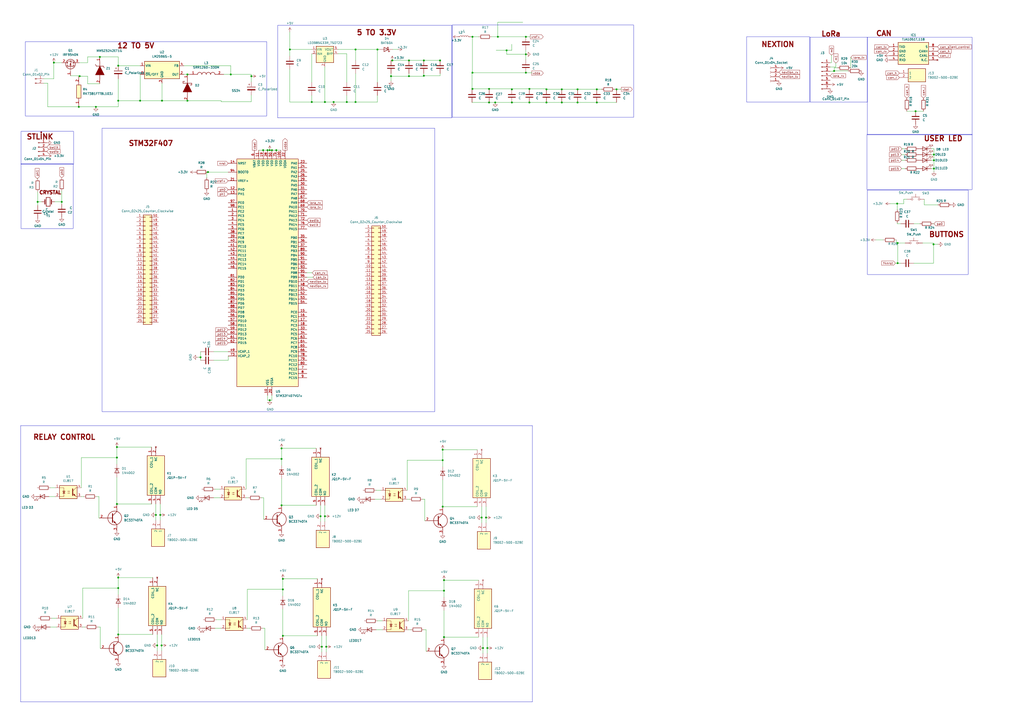
<source format=kicad_sch>
(kicad_sch (version 20230121) (generator eeschema)
  (paper "A2")
  (lib_symbols
    (symbol "Connector:Conn_01x02_Pin" (pin_names (offset 1.016) hide)
      (property "Reference" "J" (at 0 2.54 0))
      (property "Value" "Conn_01x02_Pin" (at 0 -5.08 0))
      (symbol "Conn_01x02_Pin_1_1"
        (pin passive line (at 5.08 0 180) (length 3.81) (name "Pin_1") (number "1"))
        (pin passive line (at 5.08 -2.54 180) (length 3.81) (name "Pin_2") (number "2"))
      )
    )
    (symbol "Connector:Conn_01x04_Pin" (pin_names (offset 1.016) hide)
      (property "Reference" "J" (at 0 5.08 0))
      (property "Value" "Conn_01x04_Pin" (at 0 -7.62 0))
      (symbol "Conn_01x04_Pin_1_1"
        (pin passive line (at 5.08 2.54 180) (length 3.81) (name "Pin_1") (number "1"))
        (pin passive line (at 5.08 0 180) (length 3.81) (name "Pin_2") (number "2"))
        (pin passive line (at 5.08 -2.54 180) (length 3.81) (name "Pin_3") (number "3"))
        (pin passive line (at 5.08 -5.08 180) (length 3.81) (name "Pin_4") (number "4"))
      )
    )
    (symbol "Connector:Conn_01x04_Socket" (pin_names (offset 1.016) hide)
      (property "Reference" "J" (at 0 5.08 0))
      (property "Value" "Conn_01x04_Socket" (at 0 -7.62 0))
      (symbol "Conn_01x04_Socket_1_1"
        (pin passive line (at -5.08 2.54 0) (length 3.81) (name "Pin_1") (number "1"))
        (pin passive line (at -5.08 0 0) (length 3.81) (name "Pin_2") (number "2"))
        (pin passive line (at -5.08 -2.54 0) (length 3.81) (name "Pin_3") (number "3"))
        (pin passive line (at -5.08 -5.08 0) (length 3.81) (name "Pin_4") (number "4"))
      )
    )
    (symbol "Connector:Conn_01x07_Pin" (pin_names (offset 1.016) hide)
      (property "Reference" "J" (at 0 10.16 0))
      (property "Value" "Conn_01x07_Pin" (at 0 -10.16 0))
      (symbol "Conn_01x07_Pin_1_1"
        (pin passive line (at 5.08 7.62 180) (length 3.81) (name "Pin_1") (number "1"))
        (pin passive line (at 5.08 5.08 180) (length 3.81) (name "Pin_2") (number "2"))
        (pin passive line (at 5.08 2.54 180) (length 3.81) (name "Pin_3") (number "3"))
        (pin passive line (at 5.08 0 180) (length 3.81) (name "Pin_4") (number "4"))
        (pin passive line (at 5.08 -2.54 180) (length 3.81) (name "Pin_5") (number "5"))
        (pin passive line (at 5.08 -5.08 180) (length 3.81) (name "Pin_6") (number "6"))
        (pin passive line (at 5.08 -7.62 180) (length 3.81) (name "Pin_7") (number "7"))
      )
    )
    (symbol "Connector_Generic:Conn_02x25_Counter_Clockwise" (pin_names (offset 1.016) hide)
      (property "Reference" "J" (at 1.27 33.02 0))
      (property "Value" "Conn_02x25_Counter_Clockwise" (at 1.27 -33.02 0))
      (symbol "Conn_02x25_Counter_Clockwise_1_1"
        (pin passive line (at -5.08 30.48 0) (length 3.81) (name "Pin_1") (number "1"))
        (pin passive line (at -5.08 7.62 0) (length 3.81) (name "Pin_10") (number "10"))
        (pin passive line (at -5.08 5.08 0) (length 3.81) (name "Pin_11") (number "11"))
        (pin passive line (at -5.08 2.54 0) (length 3.81) (name "Pin_12") (number "12"))
        (pin passive line (at -5.08 0 0) (length 3.81) (name "Pin_13") (number "13"))
        (pin passive line (at -5.08 -2.54 0) (length 3.81) (name "Pin_14") (number "14"))
        (pin passive line (at -5.08 -5.08 0) (length 3.81) (name "Pin_15") (number "15"))
        (pin passive line (at -5.08 -7.62 0) (length 3.81) (name "Pin_16") (number "16"))
        (pin passive line (at -5.08 -10.16 0) (length 3.81) (name "Pin_17") (number "17"))
        (pin passive line (at -5.08 -12.7 0) (length 3.81) (name "Pin_18") (number "18"))
        (pin passive line (at -5.08 -15.24 0) (length 3.81) (name "Pin_19") (number "19"))
        (pin passive line (at -5.08 27.94 0) (length 3.81) (name "Pin_2") (number "2"))
        (pin passive line (at -5.08 -17.78 0) (length 3.81) (name "Pin_20") (number "20"))
        (pin passive line (at -5.08 -20.32 0) (length 3.81) (name "Pin_21") (number "21"))
        (pin passive line (at -5.08 -22.86 0) (length 3.81) (name "Pin_22") (number "22"))
        (pin passive line (at -5.08 -25.4 0) (length 3.81) (name "Pin_23") (number "23"))
        (pin passive line (at -5.08 -27.94 0) (length 3.81) (name "Pin_24") (number "24"))
        (pin passive line (at -5.08 -30.48 0) (length 3.81) (name "Pin_25") (number "25"))
        (pin passive line (at 7.62 -30.48 180) (length 3.81) (name "Pin_26") (number "26"))
        (pin passive line (at 7.62 -27.94 180) (length 3.81) (name "Pin_27") (number "27"))
        (pin passive line (at 7.62 -25.4 180) (length 3.81) (name "Pin_28") (number "28"))
        (pin passive line (at 7.62 -22.86 180) (length 3.81) (name "Pin_29") (number "29"))
        (pin passive line (at -5.08 25.4 0) (length 3.81) (name "Pin_3") (number "3"))
        (pin passive line (at 7.62 -20.32 180) (length 3.81) (name "Pin_30") (number "30"))
        (pin passive line (at 7.62 -17.78 180) (length 3.81) (name "Pin_31") (number "31"))
        (pin passive line (at 7.62 -15.24 180) (length 3.81) (name "Pin_32") (number "32"))
        (pin passive line (at 7.62 -12.7 180) (length 3.81) (name "Pin_33") (number "33"))
        (pin passive line (at 7.62 -10.16 180) (length 3.81) (name "Pin_34") (number "34"))
        (pin passive line (at 7.62 -7.62 180) (length 3.81) (name "Pin_35") (number "35"))
        (pin passive line (at 7.62 -5.08 180) (length 3.81) (name "Pin_36") (number "36"))
        (pin passive line (at 7.62 -2.54 180) (length 3.81) (name "Pin_37") (number "37"))
        (pin passive line (at 7.62 0 180) (length 3.81) (name "Pin_38") (number "38"))
        (pin passive line (at 7.62 2.54 180) (length 3.81) (name "Pin_39") (number "39"))
        (pin passive line (at -5.08 22.86 0) (length 3.81) (name "Pin_4") (number "4"))
        (pin passive line (at 7.62 5.08 180) (length 3.81) (name "Pin_40") (number "40"))
        (pin passive line (at 7.62 7.62 180) (length 3.81) (name "Pin_41") (number "41"))
        (pin passive line (at 7.62 10.16 180) (length 3.81) (name "Pin_42") (number "42"))
        (pin passive line (at 7.62 12.7 180) (length 3.81) (name "Pin_43") (number "43"))
        (pin passive line (at 7.62 15.24 180) (length 3.81) (name "Pin_44") (number "44"))
        (pin passive line (at 7.62 17.78 180) (length 3.81) (name "Pin_45") (number "45"))
        (pin passive line (at 7.62 20.32 180) (length 3.81) (name "Pin_46") (number "46"))
        (pin passive line (at 7.62 22.86 180) (length 3.81) (name "Pin_47") (number "47"))
        (pin passive line (at 7.62 25.4 180) (length 3.81) (name "Pin_48") (number "48"))
        (pin passive line (at 7.62 27.94 180) (length 3.81) (name "Pin_49") (number "49"))
        (pin passive line (at -5.08 20.32 0) (length 3.81) (name "Pin_5") (number "5"))
        (pin passive line (at 7.62 30.48 180) (length 3.81) (name "Pin_50") (number "50"))
        (pin passive line (at -5.08 17.78 0) (length 3.81) (name "Pin_6") (number "6"))
        (pin passive line (at -5.08 15.24 0) (length 3.81) (name "Pin_7") (number "7"))
        (pin passive line (at -5.08 12.7 0) (length 3.81) (name "Pin_8") (number "8"))
        (pin passive line (at -5.08 10.16 0) (length 3.81) (name "Pin_9") (number "9"))
      )
    )
    (symbol "Device:C" (pin_numbers hide) (pin_names (offset 0.254))
      (property "Reference" "C" (at 0.635 2.54 0))
      (property "Value" "C" (at 0.635 -2.54 0))
      (symbol "C_1_1"
        (pin passive line (at 0 3.81 270) (length 2.794) (name "~") (number "1"))
        (pin passive line (at 0 -3.81 90) (length 2.794) (name "~") (number "2"))
      )
    )
    (symbol "Device:C_Polarized" (pin_numbers hide) (pin_names (offset 0.254))
      (property "Reference" "C" (at 0.635 2.54 0))
      (property "Value" "C_Polarized" (at 0.635 -2.54 0))
      (symbol "C_Polarized_1_1"
        (pin passive line (at 0 3.81 270) (length 2.794) (name "~") (number "1"))
        (pin passive line (at 0 -3.81 90) (length 2.794) (name "~") (number "2"))
      )
    )
    (symbol "Device:Crystal" (pin_numbers hide) (pin_names (offset 1.016) hide)
      (property "Reference" "Y" (at 0 3.81 0))
      (property "Value" "Crystal" (at 0 -3.81 0))
      (symbol "Crystal_1_1"
        (pin passive line (at -3.81 0 0) (length 1.27) (name "1") (number "1"))
        (pin passive line (at 3.81 0 180) (length 1.27) (name "2") (number "2"))
      )
    )
    (symbol "Device:L" (pin_numbers hide) (pin_names (offset 1.016) hide)
      (property "Reference" "L" (at -1.27 0 90))
      (property "Value" "L" (at 1.905 0 90))
      (symbol "L_1_1"
        (pin passive line (at 0 3.81 270) (length 1.27) (name "1") (number "1"))
        (pin passive line (at 0 -3.81 90) (length 1.27) (name "2") (number "2"))
      )
    )
    (symbol "Device:LED" (pin_numbers hide) (pin_names (offset 1.016) hide)
      (property "Reference" "D" (at 0 2.54 0))
      (property "Value" "LED" (at 0 -2.54 0))
      (symbol "LED_1_1"
        (pin passive line (at -3.81 0 0) (length 2.54) (name "K") (number "1"))
        (pin passive line (at 3.81 0 180) (length 2.54) (name "A") (number "2"))
      )
    )
    (symbol "Device:R" (pin_numbers hide) (pin_names (offset 0))
      (property "Reference" "R" (at 2.032 0 90))
      (property "Value" "R" (at 0 0 90))
      (symbol "R_1_1"
        (pin passive line (at 0 3.81 270) (length 1.27) (name "~") (number "1"))
        (pin passive line (at 0 -3.81 90) (length 1.27) (name "~") (number "2"))
      )
    )
    (symbol "Diode:1N4002" (pin_numbers hide) (pin_names hide)
      (property "Reference" "D" (at 0 2.54 0))
      (property "Value" "1N4002" (at 0 -2.54 0))
      (symbol "1N4002_1_1"
        (pin passive line (at -3.81 0 0) (length 2.54) (name "K") (number "1"))
        (pin passive line (at 3.81 0 180) (length 2.54) (name "A") (number "2"))
      )
    )
    (symbol "Diode:BAT60A" (pin_numbers hide) (pin_names (offset 1.016) hide)
      (property "Reference" "D" (at 0 2.54 0))
      (property "Value" "BAT60A" (at 0 -2.54 0))
      (symbol "BAT60A_1_1"
        (pin passive line (at -3.81 0 0) (length 2.54) (name "K") (number "1"))
        (pin passive line (at 3.81 0 180) (length 2.54) (name "A") (number "2"))
      )
    )
    (symbol "Isolator:EL817" (pin_names (offset 1.016))
      (property "Reference" "U" (at -5.08 5.08 0))
      (property "Value" "EL817" (at 0 5.08 0))
      (symbol "EL817_1_1"
        (pin passive line (at -7.62 2.54 0) (length 2.54) (name "~") (number "1"))
        (pin passive line (at -7.62 -2.54 0) (length 2.54) (name "~") (number "2"))
        (pin passive line (at 7.62 -2.54 180) (length 2.54) (name "~") (number "3"))
        (pin passive line (at 7.62 2.54 180) (length 2.54) (name "~") (number "4"))
      )
    )
    (symbol "MCU_ST_STM32F4:STM32F407VGTx"
      (property "Reference" "U" (at -17.78 67.31 0))
      (property "Value" "STM32F407VGTx" (at 12.7 67.31 0))
      (symbol "STM32F407VGTx_1_1"
        (pin bidirectional line (at -22.86 35.56 0) (length 5.08) (name "PE2") (number "1"))
        (pin power_in line (at 0 -71.12 90) (length 5.08) (name "VSS") (number "10"))
        (pin power_in line (at 7.62 71.12 270) (length 5.08) (name "VDD") (number "100"))
        (pin power_in line (at -5.08 71.12 270) (length 5.08) (name "VDD") (number "11"))
        (pin bidirectional line (at -22.86 48.26 0) (length 5.08) (name "PH0") (number "12"))
        (pin bidirectional line (at -22.86 45.72 0) (length 5.08) (name "PH1") (number "13"))
        (pin input line (at -22.86 63.5 0) (length 5.08) (name "NRST") (number "14"))
        (pin bidirectional line (at 22.86 -22.86 180) (length 5.08) (name "PC0") (number "15"))
        (pin bidirectional line (at 22.86 -25.4 180) (length 5.08) (name "PC1") (number "16"))
        (pin bidirectional line (at 22.86 -27.94 180) (length 5.08) (name "PC2") (number "17"))
        (pin bidirectional line (at 22.86 -30.48 180) (length 5.08) (name "PC3") (number "18"))
        (pin power_in line (at -2.54 71.12 270) (length 5.08) (name "VDD") (number "19"))
        (pin bidirectional line (at -22.86 33.02 0) (length 5.08) (name "PE3") (number "2"))
        (pin power_in line (at 2.54 -71.12 90) (length 5.08) (name "VSSA") (number "20"))
        (pin input line (at -22.86 53.34 0) (length 5.08) (name "VREF+") (number "21"))
        (pin power_in line (at 10.16 71.12 270) (length 5.08) (name "VDDA") (number "22"))
        (pin bidirectional line (at 22.86 63.5 180) (length 5.08) (name "PA0") (number "23"))
        (pin bidirectional line (at 22.86 60.96 180) (length 5.08) (name "PA1") (number "24"))
        (pin bidirectional line (at 22.86 58.42 180) (length 5.08) (name "PA2") (number "25"))
        (pin bidirectional line (at 22.86 55.88 180) (length 5.08) (name "PA3") (number "26"))
        (pin passive line (at 0 -71.12 90) (length 5.08) hide (name "VSS") (number "27"))
        (pin power_in line (at 0 71.12 270) (length 5.08) (name "VDD") (number "28"))
        (pin bidirectional line (at 22.86 53.34 180) (length 5.08) (name "PA4") (number "29"))
        (pin bidirectional line (at -22.86 30.48 0) (length 5.08) (name "PE4") (number "3"))
        (pin bidirectional line (at 22.86 50.8 180) (length 5.08) (name "PA5") (number "30"))
        (pin bidirectional line (at 22.86 48.26 180) (length 5.08) (name "PA6") (number "31"))
        (pin bidirectional line (at 22.86 45.72 180) (length 5.08) (name "PA7") (number "32"))
        (pin bidirectional line (at 22.86 -33.02 180) (length 5.08) (name "PC4") (number "33"))
        (pin bidirectional line (at 22.86 -35.56 180) (length 5.08) (name "PC5") (number "34"))
        (pin bidirectional line (at 22.86 20.32 180) (length 5.08) (name "PB0") (number "35"))
        (pin bidirectional line (at 22.86 17.78 180) (length 5.08) (name "PB1") (number "36"))
        (pin bidirectional line (at 22.86 15.24 180) (length 5.08) (name "PB2") (number "37"))
        (pin bidirectional line (at -22.86 22.86 0) (length 5.08) (name "PE7") (number "38"))
        (pin bidirectional line (at -22.86 20.32 0) (length 5.08) (name "PE8") (number "39"))
        (pin bidirectional line (at -22.86 27.94 0) (length 5.08) (name "PE5") (number "4"))
        (pin bidirectional line (at -22.86 17.78 0) (length 5.08) (name "PE9") (number "40"))
        (pin bidirectional line (at -22.86 15.24 0) (length 5.08) (name "PE10") (number "41"))
        (pin bidirectional line (at -22.86 12.7 0) (length 5.08) (name "PE11") (number "42"))
        (pin bidirectional line (at -22.86 10.16 0) (length 5.08) (name "PE12") (number "43"))
        (pin bidirectional line (at -22.86 7.62 0) (length 5.08) (name "PE13") (number "44"))
        (pin bidirectional line (at -22.86 5.08 0) (length 5.08) (name "PE14") (number "45"))
        (pin bidirectional line (at -22.86 2.54 0) (length 5.08) (name "PE15") (number "46"))
        (pin bidirectional line (at 22.86 -5.08 180) (length 5.08) (name "PB10") (number "47"))
        (pin bidirectional line (at 22.86 -7.62 180) (length 5.08) (name "PB11") (number "48"))
        (pin power_out line (at -22.86 -45.72 0) (length 5.08) (name "VCAP_1") (number "49"))
        (pin bidirectional line (at -22.86 25.4 0) (length 5.08) (name "PE6") (number "5"))
        (pin power_in line (at 2.54 71.12 270) (length 5.08) (name "VDD") (number "50"))
        (pin bidirectional line (at 22.86 -10.16 180) (length 5.08) (name "PB12") (number "51"))
        (pin bidirectional line (at 22.86 -12.7 180) (length 5.08) (name "PB13") (number "52"))
        (pin bidirectional line (at 22.86 -15.24 180) (length 5.08) (name "PB14") (number "53"))
        (pin bidirectional line (at 22.86 -17.78 180) (length 5.08) (name "PB15") (number "54"))
        (pin bidirectional line (at -22.86 -22.86 0) (length 5.08) (name "PD8") (number "55"))
        (pin bidirectional line (at -22.86 -25.4 0) (length 5.08) (name "PD9") (number "56"))
        (pin bidirectional line (at -22.86 -27.94 0) (length 5.08) (name "PD10") (number "57"))
        (pin bidirectional line (at -22.86 -30.48 0) (length 5.08) (name "PD11") (number "58"))
        (pin bidirectional line (at -22.86 -33.02 0) (length 5.08) (name "PD12") (number "59"))
        (pin power_in line (at -7.62 71.12 270) (length 5.08) (name "VBAT") (number "6"))
        (pin bidirectional line (at -22.86 -35.56 0) (length 5.08) (name "PD13") (number "60"))
        (pin bidirectional line (at -22.86 -38.1 0) (length 5.08) (name "PD14") (number "61"))
        (pin bidirectional line (at -22.86 -40.64 0) (length 5.08) (name "PD15") (number "62"))
        (pin bidirectional line (at 22.86 -38.1 180) (length 5.08) (name "PC6") (number "63"))
        (pin bidirectional line (at 22.86 -40.64 180) (length 5.08) (name "PC7") (number "64"))
        (pin bidirectional line (at 22.86 -43.18 180) (length 5.08) (name "PC8") (number "65"))
        (pin bidirectional line (at 22.86 -45.72 180) (length 5.08) (name "PC9") (number "66"))
        (pin bidirectional line (at 22.86 43.18 180) (length 5.08) (name "PA8") (number "67"))
        (pin bidirectional line (at 22.86 40.64 180) (length 5.08) (name "PA9") (number "68"))
        (pin bidirectional line (at 22.86 38.1 180) (length 5.08) (name "PA10") (number "69"))
        (pin bidirectional line (at 22.86 -55.88 180) (length 5.08) (name "PC13") (number "7"))
        (pin bidirectional line (at 22.86 35.56 180) (length 5.08) (name "PA11") (number "70"))
        (pin bidirectional line (at 22.86 33.02 180) (length 5.08) (name "PA12") (number "71"))
        (pin bidirectional line (at 22.86 30.48 180) (length 5.08) (name "PA13") (number "72"))
        (pin power_out line (at -22.86 -48.26 0) (length 5.08) (name "VCAP_2") (number "73"))
        (pin passive line (at 0 -71.12 90) (length 5.08) hide (name "VSS") (number "74"))
        (pin power_in line (at 5.08 71.12 270) (length 5.08) (name "VDD") (number "75"))
        (pin bidirectional line (at 22.86 27.94 180) (length 5.08) (name "PA14") (number "76"))
        (pin bidirectional line (at 22.86 25.4 180) (length 5.08) (name "PA15") (number "77"))
        (pin bidirectional line (at 22.86 -48.26 180) (length 5.08) (name "PC10") (number "78"))
        (pin bidirectional line (at 22.86 -50.8 180) (length 5.08) (name "PC11") (number "79"))
        (pin bidirectional line (at 22.86 -58.42 180) (length 5.08) (name "PC14") (number "8"))
        (pin bidirectional line (at 22.86 -53.34 180) (length 5.08) (name "PC12") (number "80"))
        (pin bidirectional line (at -22.86 -2.54 0) (length 5.08) (name "PD0") (number "81"))
        (pin bidirectional line (at -22.86 -5.08 0) (length 5.08) (name "PD1") (number "82"))
        (pin bidirectional line (at -22.86 -7.62 0) (length 5.08) (name "PD2") (number "83"))
        (pin bidirectional line (at -22.86 -10.16 0) (length 5.08) (name "PD3") (number "84"))
        (pin bidirectional line (at -22.86 -12.7 0) (length 5.08) (name "PD4") (number "85"))
        (pin bidirectional line (at -22.86 -15.24 0) (length 5.08) (name "PD5") (number "86"))
        (pin bidirectional line (at -22.86 -17.78 0) (length 5.08) (name "PD6") (number "87"))
        (pin bidirectional line (at -22.86 -20.32 0) (length 5.08) (name "PD7") (number "88"))
        (pin bidirectional line (at 22.86 12.7 180) (length 5.08) (name "PB3") (number "89"))
        (pin bidirectional line (at 22.86 -60.96 180) (length 5.08) (name "PC15") (number "9"))
        (pin bidirectional line (at 22.86 10.16 180) (length 5.08) (name "PB4") (number "90"))
        (pin bidirectional line (at 22.86 7.62 180) (length 5.08) (name "PB5") (number "91"))
        (pin bidirectional line (at 22.86 5.08 180) (length 5.08) (name "PB6") (number "92"))
        (pin bidirectional line (at 22.86 2.54 180) (length 5.08) (name "PB7") (number "93"))
        (pin input line (at -22.86 58.42 0) (length 5.08) (name "BOOT0") (number "94"))
        (pin bidirectional line (at 22.86 0 180) (length 5.08) (name "PB8") (number "95"))
        (pin bidirectional line (at 22.86 -2.54 180) (length 5.08) (name "PB9") (number "96"))
        (pin bidirectional line (at -22.86 40.64 0) (length 5.08) (name "PE0") (number "97"))
        (pin bidirectional line (at -22.86 38.1 0) (length 5.08) (name "PE1") (number "98"))
        (pin passive line (at 0 -71.12 90) (length 5.08) hide (name "VSS") (number "99"))
      )
    )
    (symbol "Regulator_Linear:LD3985G33R_TSOT23" (pin_names (offset 0.254))
      (property "Reference" "U" (at -4.064 5.588 0))
      (property "Value" "LD3985G33R_TSOT23" (at 0 5.588 0))
      (symbol "LD3985G33R_TSOT23_1_1"
        (pin power_in line (at -7.62 2.54 0) (length 2.54) (name "VIN") (number "1"))
        (pin power_in line (at 0 -7.62 90) (length 2.54) (name "GND") (number "2"))
        (pin input line (at -7.62 0 0) (length 2.54) (name "INH") (number "3"))
        (pin input line (at 7.62 0 180) (length 2.54) (name "BYP") (number "4"))
        (pin power_out line (at 7.62 2.54 180) (length 2.54) (name "VOUT") (number "5"))
      )
    )
    (symbol "Regulator_Switching:LM2596S-5"
      (property "Reference" "U" (at -10.16 6.35 0))
      (property "Value" "LM2596S-5" (at 0 6.35 0))
      (symbol "LM2596S-5_1_1"
        (pin power_in line (at -12.7 2.54 0) (length 2.54) (name "VIN") (number "1"))
        (pin output line (at 12.7 -2.54 180) (length 2.54) (name "OUT") (number "2"))
        (pin power_in line (at 0 -7.62 90) (length 2.54) (name "GND") (number "3"))
        (pin input line (at 12.7 2.54 180) (length 2.54) (name "FB") (number "4"))
        (pin input line (at -12.7 -2.54 0) (length 2.54) (name "~{ON}/OFF") (number "5"))
      )
    )
    (symbol "SamacSys_Parts:BC33740TA" (pin_names hide)
      (property "Reference" "Q" (at 13.97 1.27 0))
      (property "Value" "BC33740TA" (at 13.97 -1.27 0))
      (symbol "BC33740TA_1_1"
        (pin passive line (at 10.16 7.62 270) (length 2.54) (name "C") (number "1"))
        (pin passive line (at 0 0 0) (length 2.54) (name "B") (number "2"))
        (pin passive line (at 10.16 -7.62 90) (length 2.54) (name "E") (number "3"))
      )
    )
    (symbol "SamacSys_Parts:JQ1P-5V-F"
      (property "Reference" "K" (at 29.21 7.62 0))
      (property "Value" "JQ1P-5V-F" (at 29.21 5.08 0))
      (symbol "JQ1P-5V-F_1_1"
        (pin passive line (at 33.02 0 180) (length 5.08) (name "COIL_1") (number "1"))
        (pin no_connect line (at 33.02 -2.54 180) (length 5.08) (name "NC") (number "2"))
        (pin passive line (at 0 -5.08 0) (length 5.08) (name "NO") (number "3"))
        (pin passive line (at 0 -2.54 0) (length 5.08) (name "COM") (number "4"))
        (pin passive line (at 0 0 0) (length 5.08) (name "COIL_2") (number "5"))
      )
    )
    (symbol "SamacSys_Parts:MMSZ5242ET1G" (pin_names hide)
      (property "Reference" "Z" (at 10.16 8.89 0))
      (property "Value" "MMSZ5242ET1G" (at 10.16 6.35 0))
      (symbol "MMSZ5242ET1G_1_1"
        (pin passive line (at 0 0 0) (length 2.54) (name "K") (number "1"))
        (pin passive line (at 15.24 0 180) (length 2.54) (name "A") (number "2"))
      )
    )
    (symbol "SamacSys_Parts:RK73B1FTTBL103J" (pin_names hide)
      (property "Reference" "R" (at 13.97 6.35 0))
      (property "Value" "RK73B1FTTBL103J" (at 13.97 3.81 0))
      (symbol "RK73B1FTTBL103J_1_1"
        (pin passive line (at 0 0 0) (length 5.08) (name "1") (number "1"))
        (pin passive line (at 17.78 0 180) (length 5.08) (name "2") (number "2"))
      )
    )
    (symbol "SamacSys_Parts:SRR1260-330M" (pin_names hide)
      (property "Reference" "L" (at 16.51 6.35 0))
      (property "Value" "SRR1260-330M" (at 16.51 3.81 0))
      (symbol "SRR1260-330M_1_1"
        (pin passive line (at 0 0 0) (length 5.08) (name "1") (number "1"))
        (pin passive line (at 20.32 0 180) (length 5.08) (name "2") (number "2"))
      )
    )
    (symbol "SamacSys_Parts:SS34" (pin_names hide)
      (property "Reference" "D" (at 12.7 8.89 0))
      (property "Value" "SS34" (at 12.7 6.35 0))
      (symbol "SS34_1_1"
        (pin passive line (at 2.54 0 0) (length 2.54) (name "K") (number "1"))
        (pin passive line (at 17.78 0 180) (length 2.54) (name "A") (number "2"))
      )
    )
    (symbol "SamacSys_Parts:TB002-500-02BE"
      (property "Reference" "J" (at 16.51 7.62 0))
      (property "Value" "TB002-500-02BE" (at 16.51 5.08 0))
      (symbol "TB002-500-02BE_1_1"
        (pin passive line (at 0 0 0) (length 5.08) (name "1") (number "1"))
        (pin passive line (at 0 -2.54 0) (length 5.08) (name "2") (number "2"))
      )
    )
    (symbol "SamacSys_Parts:TJA1051T,118"
      (property "Reference" "IC" (at 24.13 7.62 0))
      (property "Value" "TJA1051T,118" (at 24.13 5.08 0))
      (symbol "TJA1051T,118_1_1"
        (pin passive line (at 0 0 0) (length 5.08) (name "TXD") (number "1"))
        (pin passive line (at 0 -2.54 0) (length 5.08) (name "GND") (number "2"))
        (pin passive line (at 0 -5.08 0) (length 5.08) (name "VCC") (number "3"))
        (pin passive line (at 0 -7.62 0) (length 5.08) (name "RXD") (number "4"))
        (pin no_connect line (at 27.94 -7.62 180) (length 5.08) (name "N.C.") (number "5"))
        (pin passive line (at 27.94 -5.08 180) (length 5.08) (name "CANL") (number "6"))
        (pin passive line (at 27.94 -2.54 180) (length 5.08) (name "CANH") (number "7"))
        (pin passive line (at 27.94 0 180) (length 5.08) (name "S") (number "8"))
      )
    )
    (symbol "Switch:SW_Push" (pin_numbers hide) (pin_names (offset 1.016) hide)
      (property "Reference" "SW" (at 1.27 2.54 0))
      (property "Value" "SW_Push" (at 0 -1.524 0))
      (symbol "SW_Push_0_1"
        (pin passive line (at -5.08 0 0) (length 2.54) (name "1") (number "1"))
        (pin passive line (at 5.08 0 180) (length 2.54) (name "2") (number "2"))
      )
    )
    (symbol "Transistor_FET:IRF9540N" (pin_names hide)
      (property "Reference" "Q" (at 5.08 1.905 0))
      (property "Value" "IRF9540N" (at 5.08 0 0))
      (symbol "IRF9540N_1_1"
        (pin input line (at -5.08 0 0) (length 2.54) (name "G") (number "1"))
        (pin passive line (at 2.54 5.08 270) (length 2.54) (name "D") (number "2"))
        (pin passive line (at 2.54 -5.08 90) (length 2.54) (name "S") (number "3"))
      )
    )
    (symbol "power:+12V" (power) (pin_names (offset 0))
      (property "Value" "+12V" (at 0 3.556 0))
      (symbol "+12V_1_1"
        (pin power_in line (at 0 0 90) (length 0) hide (name "+12V") (number "1"))
      )
    )
    (symbol "power:+3.3V" (power) (pin_names (offset 0))
      (property "Value" "+3.3V" (at 0 3.556 0))
      (symbol "+3.3V_1_1"
        (pin power_in line (at 0 0 90) (length 0) hide (name "+3.3V") (number "1"))
      )
    )
    (symbol "power:+5V" (power) (pin_names (offset 0))
      (property "Value" "+5V" (at 0 3.556 0))
      (symbol "+5V_1_1"
        (pin power_in line (at 0 0 90) (length 0) hide (name "+5V") (number "1"))
      )
    )
    (symbol "power:GND" (power) (pin_names (offset 0))
      (property "Value" "GND" (at 0 -3.81 0))
      (symbol "GND_1_1"
        (pin power_in line (at 0 0 270) (length 0) hide (name "GND") (number "1"))
      )
    )
  )
  (junction (at 186.69 375.158))
  (junction (at 163.322 293.116))
  (junction (at 307.086 51.562))
  (junction (at 155.194 87.122))
  (junction (at 164.084 335.788))
  (junction (at 274.066 21.336))
  (junction (at 67.818 292.354))
  (junction (at 274.066 51.562))
  (junction (at 520.7 152.654))
  (junction (at 133.858 43.18))
  (junction (at 257.556 369.57))
  (junction (at 325.882 59.436))
  (junction (at 164.084 341.884))
  (junction (at 296.926 51.816))
  (junction (at 256.794 266.954))
  (junction (at 316.992 51.816))
  (junction (at 325.882 51.816))
  (junction (at 156.464 232.156))
  (junction (at 335.026 51.816))
  (junction (at 279.4 300.228))
  (junction (at 152.654 87.122))
  (junction (at 168.148 28.702))
  (junction (at 346.202 51.816))
  (junction (at 188.468 59.182))
  (junction (at 68.58 368.046))
  (junction (at 67.818 259.334))
  (junction (at 68.58 58.42))
  (junction (at 305.054 31.496))
  (junction (at 46.228 44.196))
  (junction (at 257.556 342.646))
  (junction (at 307.086 59.436))
  (junction (at 180.848 59.182))
  (junction (at 282.702 375.92))
  (junction (at 520.7 140.97))
  (junction (at 67.818 265.43))
  (junction (at 237.236 44.196))
  (junction (at 541.782 89.662))
  (junction (at 257.556 336.55))
  (junction (at 316.992 59.436))
  (junction (at 68.58 38.1))
  (junction (at 288.798 21.336))
  (junction (at 163.322 260.096))
  (junction (at 305.054 42.164))
  (junction (at 296.926 59.436))
  (junction (at 108.712 58.42))
  (junction (at 541.528 141.732))
  (junction (at 226.822 44.196))
  (junction (at 346.202 59.436))
  (junction (at 531.114 64.516))
  (junction (at 293.878 29.21))
  (junction (at 237.236 35.052))
  (junction (at 541.782 97.79))
  (junction (at 120.65 99.822))
  (junction (at 283.718 51.562))
  (junction (at 157.734 87.122))
  (junction (at 227.584 35.052))
  (junction (at 245.872 43.942))
  (junction (at 45.72 61.976))
  (junction (at 35.814 117.094))
  (junction (at 193.548 59.182))
  (junction (at 31.242 36.322))
  (junction (at 287.274 59.436))
  (junction (at 160.274 87.122))
  (junction (at 255.27 35.052))
  (junction (at 335.026 59.436))
  (junction (at 245.872 35.052))
  (junction (at 520.446 118.11))
  (junction (at 188.468 299.466))
  (junction (at 21.844 117.094))
  (junction (at 164.084 368.808))
  (junction (at 93.98 58.42))
  (junction (at 218.948 28.702))
  (junction (at 201.168 59.182))
  (junction (at 55.626 61.976))
  (junction (at 145.796 44.196))
  (junction (at 256.794 260.858))
  (junction (at 93.726 374.396))
  (junction (at 90.424 298.704))
  (junction (at 206.248 28.702))
  (junction (at 281.94 300.228))
  (junction (at 274.066 42.164))
  (junction (at 283.718 59.436))
  (junction (at 189.23 375.158))
  (junction (at 256.794 293.878))
  (junction (at 206.248 59.182))
  (junction (at 81.28 58.42))
  (junction (at 68.58 341.122))
  (junction (at 57.912 33.02))
  (junction (at 91.186 374.396))
  (junction (at 483.87 41.148))
  (junction (at 185.928 299.466))
  (junction (at 163.322 266.192))
  (junction (at 116.332 207.264))
  (junction (at 92.964 298.704))
  (junction (at 305.054 21.336))
  (junction (at 541.782 92.964))
  (junction (at 280.162 375.92))
  (junction (at 156.464 87.122))
  (junction (at 357.632 51.816))
  (junction (at 108.712 43.18))
  (junction (at 68.58 335.026))
  (wire (pts (xy 540.258 92.964) (xy 541.782 92.964)))
  (wire (pts (xy 274.066 51.562) (xy 274.066 51.816)))
  (wire (pts (xy 541.782 89.662) (xy 541.782 92.964)))
  (wire (pts (xy 218.948 360.172) (xy 221.742 360.172)))
  (wire (pts (xy 68.58 341.122) (xy 68.58 335.026)))
  (wire (pts (xy 123.952 203.962) (xy 132.334 203.962)))
  (wire (pts (xy 21.844 117.094) (xy 21.844 111.252)))
  (wire (pts (xy 257.556 346.456) (xy 257.556 342.646)))
  (wire (pts (xy 245.872 43.942) (xy 245.872 44.196)))
  (wire (pts (xy 163.322 293.116) (xy 163.322 293.624)))
  (wire (pts (xy 40.894 43.942) (xy 46.228 43.942)))
  (wire (pts (xy 90.424 292.354) (xy 90.424 298.704)))
  (wire (pts (xy 50.8 44.196) (xy 50.8 48.514)))
  (wire (pts (xy 180.848 31.242) (xy 180.848 47.752)))
  (wire (pts (xy 67.818 292.354) (xy 67.818 292.862)))
  (wire (pts (xy 45.72 61.976) (xy 55.626 61.976)))
  (wire (pts (xy 186.69 368.808) (xy 186.69 375.158)))
  (wire (pts (xy 526.034 64.516) (xy 531.114 64.516)))
  (wire (pts (xy 530.098 129.794) (xy 533.654 129.794)))
  (wire (pts (xy 128.27 58.928) (xy 145.796 58.928)))
  (wire (pts (xy 68.58 58.42) (xy 81.28 58.42)))
  (wire (pts (xy 31.242 36.322) (xy 35.814 36.322)))
  (wire (pts (xy 123.952 209.042) (xy 132.334 209.042)))
  (wire (pts (xy 93.98 48.26) (xy 93.98 58.42)))
  (wire (pts (xy 21.844 103.632) (xy 21.59 103.632)))
  (wire (pts (xy 67.818 269.24) (xy 67.818 265.43)))
  (wire (pts (xy 238.252 365.252) (xy 236.982 365.252)))
  (wire (pts (xy 129.794 43.18) (xy 133.858 43.18)))
  (wire (pts (xy 164.084 353.314) (xy 164.084 368.808)))
  (wire (pts (xy 68.58 368.046) (xy 68.58 368.554)))
  (wire (pts (xy 31.75 117.094) (xy 35.814 117.094)))
  (wire (pts (xy 142.748 283.718) (xy 142.748 266.192)))
  (wire (pts (xy 46.228 43.942) (xy 46.228 44.196)))
  (wire (pts (xy 257.556 354.076) (xy 257.556 369.57)))
  (wire (pts (xy 92.964 292.354) (xy 92.964 298.704)))
  (wire (pts (xy 81.28 58.42) (xy 93.98 58.42)))
  (wire (pts (xy 256.794 293.878) (xy 256.794 294.386)))
  (wire (pts (xy 520.7 152.654) (xy 522.478 152.654)))
  (wire (pts (xy 206.248 28.702) (xy 206.248 35.052)))
  (wire (pts (xy 68.58 344.932) (xy 68.58 341.122)))
  (wire (pts (xy 188.468 59.182) (xy 180.848 59.182)))
  (wire (pts (xy 519.938 139.192) (xy 519.938 140.716)))
  (wire (pts (xy 282.702 369.57) (xy 282.702 375.92)))
  (wire (pts (xy 124.714 283.718) (xy 127.508 283.718)))
  (wire (pts (xy 280.162 375.92) (xy 280.162 378.968)))
  (wire (pts (xy 308.356 42.164) (xy 305.054 42.164)))
  (wire (pts (xy 133.858 43.18) (xy 145.796 43.18)))
  (wire (pts (xy 57.404 300.482) (xy 57.404 288.036)))
  (wire (pts (xy 520.7 140.97) (xy 520.7 152.654)))
  (wire (pts (xy 485.902 39.37) (xy 483.87 39.37)))
  (wire (pts (xy 246.38 289.56) (xy 245.11 289.56)))
  (wire (pts (xy 335.026 51.816) (xy 346.202 51.816)))
  (wire (pts (xy 255.27 35.052) (xy 255.524 35.052)))
  (wire (pts (xy 482.346 36.322) (xy 481.584 36.322)))
  (wire (pts (xy 201.168 31.242) (xy 201.168 47.752)))
  (wire (pts (xy 155.194 87.122) (xy 156.464 87.122)))
  (wire (pts (xy 531.114 64.516) (xy 535.686 64.516)))
  (wire (pts (xy 247.142 365.252) (xy 245.872 365.252)))
  (wire (pts (xy 524.256 115.57) (xy 524.256 118.11)))
  (wire (pts (xy 188.468 293.116) (xy 188.468 299.466)))
  (wire (pts (xy 277.622 369.57) (xy 257.556 369.57)))
  (wire (pts (xy 296.672 51.562) (xy 296.672 51.816)))
  (wire (pts (xy 188.468 59.182) (xy 193.548 59.182)))
  (wire (pts (xy 48.006 358.648) (xy 48.006 341.122)))
  (wire (pts (xy 519.938 140.716) (xy 520.7 140.716)))
  (wire (pts (xy 279.4 293.878) (xy 279.4 300.228)))
  (wire (pts (xy 276.86 293.878) (xy 256.794 293.878)))
  (wire (pts (xy 226.822 35.052) (xy 227.584 35.052)))
  (wire (pts (xy 360.426 51.816) (xy 357.632 51.816)))
  (wire (pts (xy 246.634 302.006) (xy 246.38 302.006)))
  (wire (pts (xy 88.646 368.046) (xy 68.58 368.046)))
  (wire (pts (xy 128.27 58.42) (xy 108.712 58.42)))
  (wire (pts (xy 255.27 43.942) (xy 245.872 43.942)))
  (wire (pts (xy 27.686 48.26) (xy 27.686 61.976)))
  (wire (pts (xy 189.23 375.158) (xy 189.23 378.206)))
  (wire (pts (xy 541.528 152.654) (xy 541.528 141.732)))
  (wire (pts (xy 157.734 87.122) (xy 160.274 87.122)))
  (wire (pts (xy 201.168 55.372) (xy 201.168 59.182)))
  (wire (pts (xy 48.514 288.036) (xy 47.244 288.036)))
  (wire (pts (xy 206.248 59.182) (xy 218.948 59.182)))
  (wire (pts (xy 186.69 375.158) (xy 186.69 378.206)))
  (wire (pts (xy 246.38 302.006) (xy 246.38 289.56)))
  (wire (pts (xy 196.088 28.702) (xy 206.248 28.702)))
  (wire (pts (xy 67.818 265.43) (xy 67.818 259.334)))
  (wire (pts (xy 236.22 284.48) (xy 236.22 266.954)))
  (wire (pts (xy 307.086 51.562) (xy 316.992 51.562)))
  (wire (pts (xy 541.528 141.732) (xy 544.068 141.732)))
  (wire (pts (xy 48.006 341.122) (xy 68.58 341.122)))
  (wire (pts (xy 81.28 43.18) (xy 81.28 58.42)))
  (wire (pts (xy 283.718 59.436) (xy 287.274 59.436)))
  (wire (pts (xy 227.584 35.052) (xy 237.236 35.052)))
  (wire (pts (xy 484.886 36.576) (xy 484.886 38.862)))
  (wire (pts (xy 164.084 345.694) (xy 164.084 341.884)))
  (wire (pts (xy 153.67 376.936) (xy 153.67 364.49)))
  (wire (pts (xy 346.202 59.436) (xy 357.632 59.436)))
  (wire (pts (xy 483.87 39.37) (xy 483.87 41.148)))
  (wire (pts (xy 206.248 28.702) (xy 218.948 28.702)))
  (wire (pts (xy 520.7 140.716) (xy 520.7 140.97)))
  (wire (pts (xy 287.782 29.21) (xy 293.878 29.21)))
  (wire (pts (xy 536.194 115.57) (xy 536.194 118.872)))
  (wire (pts (xy 541.782 92.964) (xy 541.782 97.79)))
  (wire (pts (xy 245.872 35.052) (xy 255.27 35.052)))
  (wire (pts (xy 237.236 42.672) (xy 237.236 44.196)))
  (wire (pts (xy 274.066 21.336) (xy 277.622 21.336)))
  (wire (pts (xy 257.556 369.57) (xy 257.556 370.078)))
  (wire (pts (xy 29.972 358.648) (xy 32.766 358.648)))
  (wire (pts (xy 523.24 86.36) (xy 525.018 86.36)))
  (wire (pts (xy 226.822 44.196) (xy 226.822 46.99)))
  (wire (pts (xy 540.258 97.79) (xy 541.782 97.79)))
  (wire (pts (xy 189.23 368.808) (xy 189.23 375.158)))
  (wire (pts (xy 57.658 300.482) (xy 57.404 300.482)))
  (wire (pts (xy 541.528 140.97) (xy 541.528 141.732)))
  (wire (pts (xy 541.782 129.794) (xy 541.274 129.794)))
  (wire (pts (xy 106.68 38.1) (xy 133.858 38.1)))
  (wire (pts (xy 273.812 51.562) (xy 274.066 51.562)))
  (wire (pts (xy 106.68 43.18) (xy 108.712 43.18)))
  (wire (pts (xy 273.812 59.436) (xy 283.718 59.436)))
  (wire (pts (xy 144.78 364.49) (xy 143.51 364.49)))
  (wire (pts (xy 68.58 45.72) (xy 68.58 58.42)))
  (wire (pts (xy 25.4 48.26) (xy 27.686 48.26)))
  (wire (pts (xy 49.276 363.728) (xy 48.006 363.728)))
  (wire (pts (xy 152.908 288.798) (xy 151.638 288.798)))
  (wire (pts (xy 58.42 376.174) (xy 58.166 376.174)))
  (wire (pts (xy 526.034 115.57) (xy 524.256 115.57)))
  (wire (pts (xy 247.396 377.698) (xy 247.142 377.698)))
  (wire (pts (xy 256.794 266.954) (xy 256.794 260.858)))
  (wire (pts (xy 201.168 59.182) (xy 206.248 59.182)))
  (wire (pts (xy 218.186 284.48) (xy 220.98 284.48)))
  (wire (pts (xy 305.054 31.496) (xy 305.054 34.544)))
  (wire (pts (xy 218.948 28.702) (xy 220.218 28.702)))
  (wire (pts (xy 156.464 87.122) (xy 157.734 87.122)))
  (wire (pts (xy 68.58 61.976) (xy 68.58 58.42)))
  (wire (pts (xy 35.814 118.364) (xy 35.814 117.094)))
  (wire (pts (xy 153.67 364.49) (xy 152.4 364.49)))
  (wire (pts (xy 274.066 21.336) (xy 274.066 42.164)))
  (wire (pts (xy 183.388 293.116) (xy 163.322 293.116)))
  (wire (pts (xy 46.228 44.196) (xy 50.8 44.196)))
  (wire (pts (xy 160.274 87.122) (xy 162.814 87.122)))
  (wire (pts (xy 255.27 42.672) (xy 255.27 43.942)))
  (wire (pts (xy 293.878 31.496) (xy 305.054 31.496)))
  (wire (pts (xy 316.992 59.436) (xy 325.882 59.436)))
  (wire (pts (xy 281.94 300.228) (xy 281.94 303.276)))
  (wire (pts (xy 152.908 301.244) (xy 152.908 288.798)))
  (wire (pts (xy 180.848 59.182) (xy 168.148 59.182)))
  (wire (pts (xy 45.974 36.322) (xy 50.8 36.322)))
  (wire (pts (xy 185.928 293.116) (xy 185.928 299.466)))
  (wire (pts (xy 257.556 336.55) (xy 277.622 336.55)))
  (wire (pts (xy 522.986 89.662) (xy 525.018 89.662)))
  (wire (pts (xy 283.718 51.562) (xy 296.672 51.562)))
  (wire (pts (xy 256.794 260.858) (xy 276.86 260.858)))
  (wire (pts (xy 535.178 140.97) (xy 541.528 140.97)))
  (wire (pts (xy 325.882 51.816) (xy 335.026 51.816)))
  (wire (pts (xy 296.926 51.562) (xy 296.926 51.816)))
  (wire (pts (xy 87.884 292.354) (xy 67.818 292.354)))
  (wire (pts (xy 93.726 368.046) (xy 93.726 374.396)))
  (wire (pts (xy 279.4 300.228) (xy 279.4 303.276)))
  (wire (pts (xy 93.726 374.396) (xy 93.726 377.444)))
  (wire (pts (xy 316.992 51.816) (xy 325.882 51.816)))
  (wire (pts (xy 520.446 129.286) (xy 520.446 129.794)))
  (wire (pts (xy 145.796 44.196) (xy 145.796 47.498)))
  (wire (pts (xy 236.982 342.646) (xy 257.556 342.646)))
  (wire (pts (xy 163.322 260.096) (xy 183.388 260.096)))
  (wire (pts (xy 168.148 28.702) (xy 180.848 28.702)))
  (wire (pts (xy 285.242 21.336) (xy 288.798 21.336)))
  (wire (pts (xy 91.186 368.046) (xy 91.186 374.396)))
  (wire (pts (xy 280.162 369.57) (xy 280.162 375.92)))
  (wire (pts (xy 156.464 232.156) (xy 157.734 232.156)))
  (wire (pts (xy 217.424 289.56) (xy 220.98 289.56)))
  (wire (pts (xy 168.148 18.542) (xy 168.148 28.702)))
  (wire (pts (xy 25.4 45.72) (xy 31.242 45.72)))
  (wire (pts (xy 226.822 44.196) (xy 237.236 44.196)))
  (wire (pts (xy 201.168 31.242) (xy 196.088 31.242)))
  (wire (pts (xy 516.382 118.11) (xy 520.446 118.11)))
  (wire (pts (xy 520.446 129.794) (xy 522.478 129.794)))
  (wire (pts (xy 35.814 117.094) (xy 35.814 110.744)))
  (wire (pts (xy 296.926 25.654) (xy 296.926 29.21)))
  (wire (pts (xy 274.066 42.164) (xy 274.066 42.418)))
  (wire (pts (xy 483.87 41.402) (xy 481.584 41.402)))
  (wire (pts (xy 288.798 21.336) (xy 305.054 21.336)))
  (wire (pts (xy 55.626 61.976) (xy 68.58 61.976)))
  (wire (pts (xy 57.912 33.02) (xy 68.58 33.02)))
  (wire (pts (xy 536.194 118.872) (xy 544.068 118.872)))
  (wire (pts (xy 325.882 59.436) (xy 335.026 59.436)))
  (wire (pts (xy 519.43 152.654) (xy 520.7 152.654)))
  (wire (pts (xy 218.948 28.702) (xy 218.948 47.752)))
  (wire (pts (xy 293.878 29.21) (xy 293.878 31.496)))
  (wire (pts (xy 346.202 51.816) (xy 348.996 51.816)))
  (wire (pts (xy 193.548 59.182) (xy 201.168 59.182)))
  (wire (pts (xy 143.51 341.884) (xy 164.084 341.884)))
  (wire (pts (xy 58.166 376.174) (xy 58.166 363.728)))
  (wire (pts (xy 296.926 29.21) (xy 293.878 29.21)))
  (wire (pts (xy 119.888 99.822) (xy 119.888 103.124)))
  (wire (pts (xy 163.322 270.002) (xy 163.322 266.192)))
  (wire (pts (xy 163.322 266.192) (xy 163.322 260.096)))
  (wire (pts (xy 142.748 266.192) (xy 163.322 266.192)))
  (wire (pts (xy 144.018 288.798) (xy 142.748 288.798)))
  (wire (pts (xy 245.872 42.672) (xy 245.872 43.942)))
  (wire (pts (xy 237.236 44.196) (xy 245.872 44.196)))
  (wire (pts (xy 145.796 43.18) (xy 145.796 44.196)))
  (wire (pts (xy 21.844 119.126) (xy 21.844 117.094)))
  (wire (pts (xy 256.794 270.764) (xy 256.794 266.954)))
  (wire (pts (xy 164.084 341.884) (xy 164.084 335.788)))
  (wire (pts (xy 303.276 12.954) (xy 288.798 12.954)))
  (wire (pts (xy 520.446 118.11) (xy 520.446 121.666)))
  (wire (pts (xy 168.148 40.132) (xy 168.148 59.182)))
  (wire (pts (xy 483.87 41.148) (xy 483.87 41.402)))
  (wire (pts (xy 540.258 89.662) (xy 541.782 89.662)))
  (wire (pts (xy 273.812 42.418) (xy 273.812 51.562)))
  (wire (pts (xy 181.102 158.242) (xy 178.054 158.242)))
  (wire (pts (xy 157.734 232.156) (xy 157.734 229.362)))
  (wire (pts (xy 155.194 229.362) (xy 155.194 232.156)))
  (wire (pts (xy 91.186 374.396) (xy 91.186 377.444)))
  (wire (pts (xy 316.992 51.562) (xy 316.992 51.816)))
  (wire (pts (xy 288.798 12.954) (xy 288.798 21.336)))
  (wire (pts (xy 237.49 289.56) (xy 236.22 289.56)))
  (wire (pts (xy 296.926 51.562) (xy 307.086 51.562)))
  (wire (pts (xy 29.21 282.956) (xy 32.004 282.956)))
  (wire (pts (xy 47.244 282.956) (xy 47.244 265.43)))
  (wire (pts (xy 28.448 288.036) (xy 32.004 288.036)))
  (wire (pts (xy 257.556 342.646) (xy 257.556 336.55)))
  (wire (pts (xy 120.65 99.822) (xy 132.334 99.822)))
  (wire (pts (xy 256.794 278.384) (xy 256.794 293.878)))
  (wire (pts (xy 520.446 118.11) (xy 524.256 118.11)))
  (wire (pts (xy 152.654 87.122) (xy 155.194 87.122)))
  (wire (pts (xy 296.672 51.816) (xy 296.926 51.816)))
  (wire (pts (xy 50.8 33.02) (xy 50.8 36.322)))
  (wire (pts (xy 24.13 117.094) (xy 21.844 117.094)))
  (wire (pts (xy 168.148 28.702) (xy 168.148 32.512)))
  (wire (pts (xy 29.21 363.728) (xy 32.766 363.728)))
  (wire (pts (xy 68.58 38.1) (xy 81.28 38.1)))
  (wire (pts (xy 236.22 266.954) (xy 256.794 266.954)))
  (wire (pts (xy 188.468 299.466) (xy 188.468 302.514)))
  (wire (pts (xy 116.332 207.264) (xy 114.808 207.264)))
  (wire (pts (xy 287.274 59.436) (xy 296.926 59.436)))
  (wire (pts (xy 283.718 51.562) (xy 283.718 51.816)))
  (wire (pts (xy 307.086 59.436) (xy 316.992 59.436)))
  (wire (pts (xy 274.066 51.562) (xy 283.718 51.562)))
  (wire (pts (xy 274.066 42.418) (xy 273.812 42.418)))
  (wire (pts (xy 522.986 92.964) (xy 525.018 92.964)))
  (wire (pts (xy 50.8 33.02) (xy 57.912 33.02)))
  (wire (pts (xy 155.194 232.156) (xy 156.464 232.156)))
  (wire (pts (xy 218.186 365.252) (xy 221.742 365.252)))
  (wire (pts (xy 68.58 335.026) (xy 88.646 335.026)))
  (wire (pts (xy 180.848 55.372) (xy 180.848 59.182)))
  (wire (pts (xy 541.782 97.79) (xy 541.782 99.568)))
  (wire (pts (xy 282.702 375.92) (xy 282.702 378.968)))
  (wire (pts (xy 57.912 33.274) (xy 57.912 33.02)))
  (wire (pts (xy 67.818 259.334) (xy 87.884 259.334)))
  (wire (pts (xy 153.924 376.936) (xy 153.67 376.936)))
  (wire (pts (xy 150.114 87.122) (xy 152.654 87.122)))
  (wire (pts (xy 226.822 42.672) (xy 226.822 44.196)))
  (wire (pts (xy 90.424 298.704) (xy 90.424 301.752)))
  (wire (pts (xy 247.142 377.698) (xy 247.142 365.252)))
  (wire (pts (xy 31.242 36.322) (xy 31.242 45.72)))
  (wire (pts (xy 125.476 359.41) (xy 128.27 359.41)))
  (wire (pts (xy 184.15 368.808) (xy 164.084 368.808)))
  (wire (pts (xy 307.086 51.562) (xy 307.086 51.816)))
  (wire (pts (xy 128.27 58.928) (xy 128.27 58.42)))
  (wire (pts (xy 305.054 28.956) (xy 305.054 31.496)))
  (wire (pts (xy 274.066 51.816) (xy 273.812 51.816)))
  (wire (pts (xy 119.888 99.822) (xy 120.65 99.822)))
  (wire (pts (xy 57.404 288.036) (xy 56.134 288.036)))
  (wire (pts (xy 123.952 288.798) (xy 127.508 288.798)))
  (wire (pts (xy 67.818 276.86) (xy 67.818 292.354)))
  (wire (pts (xy 50.8 48.514) (xy 57.912 48.514)))
  (wire (pts (xy 541.782 86.36) (xy 541.782 89.662)))
  (wire (pts (xy 58.166 363.728) (xy 56.896 363.728)))
  (wire (pts (xy 236.982 360.172) (xy 236.982 342.646)))
  (wire (pts (xy 308.356 42.418) (xy 308.356 42.164)))
  (wire (pts (xy 484.886 38.862) (xy 481.584 38.862)))
  (wire (pts (xy 218.948 55.372) (xy 218.948 59.182)))
  (wire (pts (xy 92.964 298.704) (xy 92.964 301.752)))
  (wire (pts (xy 491.998 41.148) (xy 483.87 41.148)))
  (wire (pts (xy 206.248 42.672) (xy 206.248 59.182)))
  (wire (pts (xy 296.926 59.436) (xy 307.086 59.436)))
  (wire (pts (xy 116.332 203.962) (xy 116.332 207.264)))
  (wire (pts (xy 124.714 364.49) (xy 128.27 364.49)))
  (wire (pts (xy 45.72 44.196) (xy 46.228 44.196)))
  (wire (pts (xy 68.58 352.552) (xy 68.58 368.046)))
  (wire (pts (xy 185.928 299.466) (xy 185.928 302.514)))
  (wire (pts (xy 520.7 140.97) (xy 525.018 140.97)))
  (wire (pts (xy 237.236 35.052) (xy 245.872 35.052)))
  (wire (pts (xy 482.346 32.004) (xy 482.346 36.322)))
  (wire (pts (xy 274.066 42.164) (xy 305.054 42.164)))
  (wire (pts (xy 163.322 277.622) (xy 163.322 293.116)))
  (wire (pts (xy 145.796 55.118) (xy 145.796 58.928)))
  (wire (pts (xy 188.468 38.862) (xy 188.468 59.182)))
  (wire (pts (xy 153.162 301.244) (xy 152.908 301.244)))
  (wire (pts (xy 540.258 86.36) (xy 541.782 86.36)))
  (wire (pts (xy 273.05 21.336) (xy 274.066 21.336)))
  (wire (pts (xy 164.084 368.808) (xy 164.084 369.316)))
  (wire (pts (xy 108.712 43.18) (xy 109.474 43.18)))
  (wire (pts (xy 116.332 209.042) (xy 116.332 207.264)))
  (wire (pts (xy 356.616 51.816) (xy 357.632 51.816)))
  (wire (pts (xy 493.522 33.274) (xy 493.522 39.37)))
  (wire (pts (xy 47.244 265.43) (xy 67.818 265.43)))
  (wire (pts (xy 281.94 293.878) (xy 281.94 300.228)))
  (wire (pts (xy 227.838 28.702) (xy 230.632 28.702)))
  (wire (pts (xy 27.686 61.976) (xy 45.72 61.976)))
  (wire (pts (xy 143.51 359.41) (xy 143.51 341.884)))
  (wire (pts (xy 93.98 58.42) (xy 108.712 58.42)))
  (wire (pts (xy 164.084 335.788) (xy 184.15 335.788)))
  (wire (pts (xy 508 139.192) (xy 512.318 139.192)))
  (wire (pts (xy 181.61 160.782) (xy 178.054 160.782)))
  (wire (pts (xy 530.098 152.654) (xy 541.528 152.654)))
  (wire (pts (xy 132.334 206.502) (xy 132.334 209.042)))
  (wire (pts (xy 68.58 38.1) (xy 68.58 33.02)))
  (wire (pts (xy 133.858 38.1) (xy 133.858 43.18)))
  (wire (pts (xy 307.594 21.336) (xy 305.054 21.336)))
  (wire (pts (xy 522.986 97.79) (xy 525.018 97.79)))
  (wire (pts (xy 335.026 59.436) (xy 346.202 59.436)))
  (rectangle (start 262.382 14.478) (end 367.538 68.072))
  (rectangle (start 14.732 24.13) (end 154.686 67.31))
  (rectangle (start 59.182 74.422) (end 252.222 238.76))
  (rectangle (start 502.92 77.978) (end 563.88 109.982))
  (rectangle (start 161.036 14.732) (end 262.128 68.326))
  (rectangle (start 12.192 94.996) (end 42.418 132.588))
  (rectangle (start 469.9 21.59) (end 503.174 59.182))
  (rectangle (start 12.192 76.2) (end 42.672 95.25))
  (rectangle (start 503.174 110.236) (end 561.594 159.258))
  (rectangle (start 11.938 246.888) (end 308.864 407.162))
  (rectangle (start 433.07 21.336) (end 469.646 59.182))
  (rectangle (start 503.174 21.59) (end 563.88 78.232))
  (text "CAN" (at 508 21.336 0) (effects (font (size 3 3) (thickness 0.6) bold) (justify left bottom)))
  (text "LoRa" (at 476.25 21.59 0) (effects (font (size 3 3) (thickness 0.6) bold) (justify left bottom)))
  (text "USER LED" (at 535.686 82.296 0) (effects (font (size 3 3) (thickness 0.6) bold) (justify left bottom)))
  (text "STLİNK" (at 15.24 81.28 0) (effects (font (size 3 3) (thickness 0.6) bold) (justify left bottom)))
  (text "5 TO 3.3V\n" (at 206.756 20.828 0) (effects (font (size 3 3) (thickness 0.6) bold) (justify left bottom)))
  (text "CRYSTAL\n" (at 22.606 113.03 0) (effects (font (size 2 2) (thickness 0.6) bold) (justify left bottom)))
  (text "NEXTION" (at 441.452 27.686 0) (effects (font (size 3 3) (thickness 0.6) bold) (justify left bottom)))
  (text "RELAY CONTROL" (at 19.05 255.524 0) (effects (font (size 3 3) (thickness 0.6) bold) (justify left bottom)))
  (text "12 TO 5V\n" (at 67.818 28.448 0) (effects (font (size 3 3) (thickness 0.6) bold) (justify left bottom)))
  (text "BUTTONS" (at 538.734 137.922 0) (effects (font (size 3 3) (thickness 0.6) bold) (justify left bottom)))
  (text "STM32F407" (at 74.422 85.09 0) (effects (font (size 3 3) (thickness 0.6) bold) (justify left bottom)))
  (global_label "pd12" (shape input) (at 132.334 191.262 180) (property "Intersheetrefs" "${INTERSHEET_REFS}" (effects hide)))
  (global_label "vdda" (shape output) (at 308.356 42.418 0) (property "Intersheetrefs" "${INTERSHEET_REFS}" (effects hide)))
  (global_label "nextion_rx" (shape input) (at 178.054 165.862 0) (property "Intersheetrefs" "${INTERSHEET_REFS}" (effects hide)))
  (global_label "pd14" (shape input) (at 522.986 92.964 180) (property "Intersheetrefs" "${INTERSHEET_REFS}" (effects hide)))
  (global_label "m0" (shape input) (at 482.346 32.004 90) (property "Intersheetrefs" "${INTERSHEET_REFS}" (effects hide)))
  (global_label "pd12" (shape input) (at 523.24 86.36 180) (property "Intersheetrefs" "${INTERSHEET_REFS}" (effects hide)))
  (global_label "pd15" (shape input) (at 522.986 97.79 180) (property "Intersheetrefs" "${INTERSHEET_REFS}" (effects hide)))
  (global_label "pd14" (shape input) (at 132.334 196.342 180) (property "Intersheetrefs" "${INTERSHEET_REFS}" (effects hide)))
  (global_label "can_l" (shape input) (at 521.716 44.958 180) (property "Intersheetrefs" "${INTERSHEET_REFS}" (effects hide)))
  (global_label "ph1" (shape input) (at 132.334 112.522 180) (property "Intersheetrefs" "${INTERSHEET_REFS}" (effects hide)))
  (global_label "ph1" (shape input) (at 21.59 103.632 90) (property "Intersheetrefs" "${INTERSHEET_REFS}" (effects hide)))
  (global_label "pd15" (shape input) (at 132.334 198.882 180) (property "Intersheetrefs" "${INTERSHEET_REFS}" (effects hide)))
  (global_label "vbat" (shape output) (at 360.426 51.816 0) (property "Intersheetrefs" "${INTERSHEET_REFS}" (effects hide)))
  (global_label "nextion_rx" (shape input) (at 451.866 41.91 0) (property "Intersheetrefs" "${INTERSHEET_REFS}" (effects hide)))
  (global_label "can_tx" (shape input) (at 181.61 160.782 0) (property "Intersheetrefs" "${INTERSHEET_REFS}" (effects hide)))
  (global_label "swdio" (shape input) (at 178.054 127.762 0) (property "Intersheetrefs" "${INTERSHEET_REFS}" (effects hide)))
  (global_label "ph0" (shape input) (at 132.334 109.982 180) (property "Intersheetrefs" "${INTERSHEET_REFS}" (effects hide)))
  (global_label "nrst" (shape input) (at 132.334 94.742 180) (property "Intersheetrefs" "${INTERSHEET_REFS}" (effects hide)))
  (global_label "m1" (shape input) (at 484.886 36.576 90) (property "Intersheetrefs" "${INTERSHEET_REFS}" (effects hide)))
  (global_label "can_l" (shape input) (at 543.814 32.258 0) (property "Intersheetrefs" "${INTERSHEET_REFS}" (effects hide)))
  (global_label "nextion_tx" (shape input) (at 451.866 44.45 0) (property "Intersheetrefs" "${INTERSHEET_REFS}" (effects hide)))
  (global_label "swclk" (shape input) (at 27.178 85.344 0) (property "Intersheetrefs" "${INTERSHEET_REFS}" (effects hide)))
  (global_label "pa0" (shape input) (at 541.782 129.794 0) (property "Intersheetrefs" "${INTERSHEET_REFS}" (effects hide)))
  (global_label "lora_rx" (shape input) (at 481.584 43.942 0) (property "Intersheetrefs" "${INTERSHEET_REFS}" (effects hide)))
  (global_label "can_rx" (shape input) (at 181.102 158.242 0) (property "Intersheetrefs" "${INTERSHEET_REFS}" (effects hide)))
  (global_label "can_h" (shape input) (at 543.814 29.718 0) (property "Intersheetrefs" "${INTERSHEET_REFS}" (effects hide)))
  (global_label "f4nrst" (shape input) (at 519.43 152.654 180) (property "Intersheetrefs" "${INTERSHEET_REFS}" (effects hide)))
  (global_label "swdio" (shape input) (at 27.178 87.884 0) (property "Intersheetrefs" "${INTERSHEET_REFS}" (effects hide)))
  (global_label "ph0" (shape input) (at 35.814 103.124 90) (property "Intersheetrefs" "${INTERSHEET_REFS}" (effects hide)))
  (global_label "pd13" (shape input) (at 522.986 89.662 180) (property "Intersheetrefs" "${INTERSHEET_REFS}" (effects hide)))
  (global_label "lora_tx" (shape input) (at 178.054 120.142 0) (property "Intersheetrefs" "${INTERSHEET_REFS}" (effects hide)))
  (global_label "lora_tx" (shape input) (at 493.522 33.274 0) (property "Intersheetrefs" "${INTERSHEET_REFS}" (effects hide)))
  (global_label "nextion_tx" (shape input) (at 178.054 163.322 0) (property "Intersheetrefs" "${INTERSHEET_REFS}" (effects hide)))
  (global_label "vref+" (shape input) (at 132.334 104.902 180) (property "Intersheetrefs" "${INTERSHEET_REFS}" (effects hide)))
  (global_label "can_silent_control" (shape input) (at 543.814 27.178 0) (property "Intersheetrefs" "${INTERSHEET_REFS}" (effects hide)))
  (global_label "can_h" (shape input) (at 521.716 42.418 180) (property "Intersheetrefs" "${INTERSHEET_REFS}" (effects hide)))
  (global_label "can_tx" (shape input) (at 515.874 27.178 180) (property "Intersheetrefs" "${INTERSHEET_REFS}" (effects hide)))
  (global_label "vref+" (shape output) (at 307.594 21.336 0) (property "Intersheetrefs" "${INTERSHEET_REFS}" (effects hide)))
  (global_label "vdda" (shape output) (at 165.354 87.122 90) (property "Intersheetrefs" "${INTERSHEET_REFS}" (effects hide)))
  (global_label "pd13" (shape input) (at 132.334 193.802 180) (property "Intersheetrefs" "${INTERSHEET_REFS}" (effects hide)))
  (global_label "can_l" (shape input) (at 535.686 56.896 90) (property "Intersheetrefs" "${INTERSHEET_REFS}" (effects hide)))
  (global_label "swclk" (shape input) (at 178.054 130.302 0) (property "Intersheetrefs" "${INTERSHEET_REFS}" (effects hide)))
  (global_label "lora_rx" (shape input) (at 178.054 117.602 0) (property "Intersheetrefs" "${INTERSHEET_REFS}" (effects hide)))
  (global_label "can_h" (shape input) (at 526.034 56.896 90) (property "Intersheetrefs" "${INTERSHEET_REFS}" (effects hide)))
  (global_label "vbat" (shape output) (at 147.574 87.122 90) (property "Intersheetrefs" "${INTERSHEET_REFS}" (effects hide)))
  (global_label "can_rx" (shape input) (at 515.874 29.718 180) (property "Intersheetrefs" "${INTERSHEET_REFS}" (effects hide)))
  (symbol (lib_id "power:+5V") (at 481.584 49.022 270) (unit 1)
    (property "Reference" "#PWR026" (effects hide))
    (property "Value" "+5V" (at 485.14 49.022 90) (effects (justify left)))
  )
  (symbol (lib_id "Device:C") (at 180.848 51.562 0) (unit 1)
    (property "Reference" "C10" (at 184.658 50.292 0) (effects (justify left)))
    (property "Value" "C" (at 184.658 52.832 0) (effects (justify left)))
    (property "Footprint" "Capacitor_SMD:C_0201_0603Metric" (effects hide))
  )
  (symbol (lib_id "Device:LED") (at 536.448 89.662 180) (unit 1)
    (property "Reference" "D9" (at 543.814 89.662 0))
    (property "Value" "LED" (at 546.862 89.662 0))
    (property "Footprint" "LED_SMD:LED_0603_1608Metric" (effects hide))
  )
  (symbol (lib_id "Device:R") (at 52.324 288.036 90) (unit 1)
    (property "Reference" "R1" (at 52.324 282.194 90))
    (property "Value" "R" (at 52.324 284.734 90))
    (property "Footprint" "Resistor_SMD:R_0201_0603Metric" (effects hide))
  )
  (symbol (lib_id "Device:R") (at 21.844 107.442 0) (unit 1)
    (property "Reference" "R3" (at 19.558 108.712 0) (effects (justify right)))
    (property "Value" "R" (at 19.558 106.172 0) (effects (justify right)))
    (property "Footprint" "Resistor_SMD:R_0201_0603Metric" (effects hide))
  )
  (symbol (lib_id "power:GND") (at 21.844 126.746 0) (unit 1)
    (property "Reference" "#PWR028" (effects hide))
    (property "Value" "GND" (at 21.844 131.064 0))
  )
  (symbol (lib_id "Device:C") (at 201.168 51.562 0) (unit 1)
    (property "Reference" "C11" (at 204.978 50.292 0) (effects (justify left)))
    (property "Value" "C" (at 204.978 52.832 0) (effects (justify left)))
    (property "Footprint" "Capacitor_SMD:C_0201_0603Metric" (effects hide))
  )
  (symbol (lib_id "Device:C") (at 526.288 129.794 90) (unit 1)
    (property "Reference" "C37" (at 526.288 122.936 90))
    (property "Value" "C" (at 526.288 125.476 90))
    (property "Footprint" "Capacitor_SMD:C_0201_0603Metric" (effects hide))
  )
  (symbol (lib_id "Diode:1N4002") (at 256.794 274.574 270) (unit 1)
    (property "Reference" "D12" (at 259.588 273.304 90) (effects (justify left)))
    (property "Value" "1N4002" (at 259.588 275.844 90) (effects (justify left)))
    (property "Footprint" "Diode_THT:D_DO-41_SOD81_P7.62mm_Horizontal" (effects hide))
    (property "Datasheet" "http://www.vishay.com/docs/88503/1n4001.pdf" (effects hide))
    (property "Sim.Device" "D" (effects hide))
    (property "Sim.Pins" "1=K 2=A" (effects hide))
  )
  (symbol (lib_id "Device:R") (at 148.59 364.49 90) (unit 1)
    (property "Reference" "R13" (at 148.59 358.648 90))
    (property "Value" "R" (at 148.59 361.188 90))
    (property "Footprint" "Resistor_SMD:R_0201_0603Metric" (effects hide))
  )
  (symbol (lib_id "power:+5V") (at 451.866 39.37 270) (unit 1)
    (property "Reference" "#PWR025" (effects hide))
    (property "Value" "+5V" (at 455.676 39.37 90) (effects (justify left)))
  )
  (symbol (lib_id "power:+3.3V") (at 27.178 90.424 270) (unit 1)
    (property "Reference" "#PWR06" (effects hide))
    (property "Value" "+3.3V" (at 31.242 90.424 90) (effects (justify left)))
  )
  (symbol (lib_id "power:GND") (at 226.822 46.99 0) (unit 1)
    (property "Reference" "#PWR011" (effects hide))
    (property "Value" "GND" (at 226.822 51.562 0))
  )
  (symbol (lib_id "Device:C") (at 218.948 51.562 0) (unit 1)
    (property "Reference" "C13" (at 222.758 50.292 0) (effects (justify left)))
    (property "Value" "C" (at 222.758 52.832 0) (effects (justify left)))
    (property "Footprint" "Capacitor_SMD:C_0201_0603Metric" (effects hide))
  )
  (symbol (lib_id "Connector_Generic:Conn_02x25_Counter_Clockwise") (at 216.916 162.814 0) (unit 1)
    (property "Reference" "J6" (at 218.186 126.238 0))
    (property "Value" "Conn_02x25_Counter_Clockwise" (at 218.186 128.778 0))
    (property "Footprint" "Connector_PinSocket_2.54mm:PinSocket_2x25_P2.54mm_Vertical" (effects hide))
  )
  (symbol (lib_id "power:GND") (at 531.114 72.136 0) (unit 1)
    (property "Reference" "#PWR063" (effects hide))
    (property "Value" "GND" (at 531.114 76.454 0))
  )
  (symbol (lib_id "Device:C") (at 273.812 55.626 0) (unit 1)
    (property "Reference" "C26" (at 277.622 54.356 0) (effects (justify left)))
    (property "Value" "C" (at 277.622 56.896 0) (effects (justify left)))
    (property "Footprint" "Capacitor_SMD:C_0201_0603Metric" (effects hide))
  )
  (symbol (lib_id "power:+3.3V") (at 508 139.192 90) (unit 1)
    (property "Reference" "#PWR013" (effects hide))
    (property "Value" "+3.3V" (at 504.698 139.192 90) (effects (justify left)))
  )
  (symbol (lib_id "Device:C") (at 120.142 209.042 270) (unit 1)
    (property "Reference" "C36" (at 121.412 212.852 0) (effects (justify left)))
    (property "Value" "C" (at 118.872 212.852 0) (effects (justify left)))
    (property "Footprint" "Capacitor_SMD:C_0201_0603Metric" (effects hide))
  )
  (symbol (lib_id "SamacSys_Parts:TB002-500-02BE") (at 189.23 378.206 270) (unit 1)
    (property "Reference" "J11" (at 193.294 387.096 90) (effects (justify left)))
    (property "Value" "TB002-500-02BE" (at 193.294 389.636 90) (effects (justify left)))
    (property "Footprint" "TB00250002BE" (effects hide))
    (property "Height" "10.4" (effects hide))
    (property "Mouser Part Number" "490-TB002-500-02BE" (effects hide))
    (property "Mouser Price/Stock" "https://www.mouser.co.uk/ProductDetail/CUI-Devices/TB002-500-02BE?qs=vLWxofP3U2x9716kcgva%2Fw%3D%3D" (effects hide))
    (property "Manufacturer_Name" "Same Sky" (effects hide))
    (property "Manufacturer_Part_Number" "TB002-500-02BE" (effects hide))
  )
  (symbol (lib_id "SamacSys_Parts:BC33740TA") (at 153.924 376.936 0) (unit 1)
    (property "Reference" "Q6" (at 168.148 375.666 0) (effects (justify left)))
    (property "Value" "BC33740TA" (at 168.148 378.206 0) (effects (justify left)))
    (property "Footprint" "BC33740TA" (effects hide))
    (property "Datasheet" "http://www.onsemi.com/pub/Collateral/BC337-D.PDF" (effects hide))
    (property "Mouser Part Number" "512-BC33740TA" (effects hide))
    (property "Mouser Price/Stock" "https://www.mouser.co.uk/ProductDetail/onsemi-Fairchild/BC33740TA?qs=UMEuL5FsraAw5DG9oOqKOw%3D%3D" (effects hide))
    (property "Manufacturer_Name" "onsemi" (effects hide))
    (property "Manufacturer_Part_Number" "BC33740TA" (effects hide))
  )
  (symbol (lib_id "SamacSys_Parts:TB002-500-02BE") (at 282.702 378.968 270) (unit 1)
    (property "Reference" "J12" (at 286.766 387.858 90) (effects (justify left)))
    (property "Value" "TB002-500-02BE" (at 286.766 390.398 90) (effects (justify left)))
    (property "Footprint" "TB00250002BE" (effects hide))
    (property "Height" "10.4" (effects hide))
    (property "Mouser Part Number" "490-TB002-500-02BE" (effects hide))
    (property "Mouser Price/Stock" "https://www.mouser.co.uk/ProductDetail/CUI-Devices/TB002-500-02BE?qs=vLWxofP3U2x9716kcgva%2Fw%3D%3D" (effects hide))
    (property "Manufacturer_Name" "Same Sky" (effects hide))
    (property "Manufacturer_Part_Number" "TB002-500-02BE" (effects hide))
  )
  (symbol (lib_id "power:GND") (at 91.186 374.396 270) (unit 1)
    (property "Reference" "#PWR049" (effects hide))
    (property "Value" "GND" (at 87.63 374.396 90) (effects (justify right)))
  )
  (symbol (lib_id "Device:R") (at 528.828 97.79 270) (unit 1)
    (property "Reference" "R22" (at 531.622 100.076 90))
    (property "Value" "R" (at 528.574 100.076 90))
    (property "Footprint" "Resistor_SMD:R_0201_0603Metric" (effects hide))
  )
  (symbol (lib_id "Device:R") (at 520.446 125.476 0) (unit 1)
    (property "Reference" "R23" (at 522.732 122.682 90))
    (property "Value" "R" (at 522.732 125.73 90))
    (property "Footprint" "Resistor_SMD:R_0201_0603Metric" (effects hide))
  )
  (symbol (lib_id "SamacSys_Parts:TB002-500-02BE") (at 92.964 301.752 270) (unit 1)
    (property "Reference" "J7" (at 97.028 310.642 90) (effects (justify left)))
    (property "Value" "TB002-500-02BE" (at 97.028 313.182 90) (effects (justify left)))
    (property "Footprint" "TB00250002BE" (effects hide))
    (property "Height" "10.4" (effects hide))
    (property "Mouser Part Number" "490-TB002-500-02BE" (effects hide))
    (property "Mouser Price/Stock" "https://www.mouser.co.uk/ProductDetail/CUI-Devices/TB002-500-02BE?qs=vLWxofP3U2x9716kcgva%2Fw%3D%3D" (effects hide))
    (property "Manufacturer_Name" "Same Sky" (effects hide))
    (property "Manufacturer_Part_Number" "TB002-500-02BE" (effects hide))
  )
  (symbol (lib_id "power:+12V") (at 189.23 375.158 270) (unit 1)
    (property "Reference" "#PWR055" (effects hide))
    (property "Value" "+12V" (at 193.294 375.158 90) (effects (justify left)))
  )
  (symbol (lib_id "power:+3.3V") (at 265.43 21.336 90) (unit 1)
    (property "Reference" "#PWR08" (effects hide))
    (property "Value" "+3.3V" (at 267.716 23.368 90) (effects (justify left)))
  )
  (symbol (lib_id "Connector:Conn_01x04_Socket") (at 446.786 44.45 180) (unit 1)
    (property "Reference" "J4" (at 447.421 33.782 0))
    (property "Value" "Conn_01x04_Socket" (at 447.421 36.322 0))
    (property "Footprint" "Connector_JST:JST_PH_B4B-PH-K_1x04_P2.00mm_Vertical" (effects hide))
  )
  (symbol (lib_id "power:GND") (at 551.688 118.872 90) (unit 1)
    (property "Reference" "#PWR018" (effects hide))
    (property "Value" "GND" (at 555.244 118.872 90) (effects (justify right)))
  )
  (symbol (lib_id "power:GND") (at 257.556 385.318 0) (unit 1)
    (property "Reference" "#PWR058" (effects hide))
    (property "Value" "GND" (at 257.556 389.89 0))
  )
  (symbol (lib_id "Device:C") (at 206.248 38.862 0) (unit 1)
    (property "Reference" "C12" (at 210.058 37.592 0) (effects (justify left)))
    (property "Value" "C" (at 210.058 40.132 0) (effects (justify left)))
    (property "Footprint" "Capacitor_SMD:C_0201_0603Metric" (effects hide))
  )
  (symbol (lib_id "power:GND") (at 210.566 365.252 270) (unit 1)
    (property "Reference" "#PWR056" (effects hide))
    (property "Value" "GND" (at 206.756 365.252 90) (effects (justify right)))
  )
  (symbol (lib_id "power:GND") (at 185.928 299.466 270) (unit 1)
    (property "Reference" "#PWR039" (effects hide))
    (property "Value" "GND" (at 182.372 299.466 90) (effects (justify right)))
  )
  (symbol (lib_id "power:+5V") (at 163.322 260.096 0) (unit 1)
    (property "Reference" "#PWR037" (effects hide))
    (property "Value" "+5V" (at 163.322 255.27 0))
  )
  (symbol (lib_id "power:+3.3V") (at 227.584 35.052 0) (unit 1)
    (property "Reference" "#PWR07" (effects hide))
    (property "Value" "+3.3V" (at 231.394 33.528 0))
  )
  (symbol (lib_id "SamacSys_Parts:BC33740TA") (at 246.634 302.006 0) (unit 1)
    (property "Reference" "Q4" (at 260.858 300.736 0) (effects (justify left)))
    (property "Value" "BC33740TA" (at 260.858 303.276 0) (effects (justify left)))
    (property "Footprint" "BC33740TA" (effects hide))
    (property "Datasheet" "http://www.onsemi.com/pub/Collateral/BC337-D.PDF" (effects hide))
    (property "Mouser Part Number" "512-BC33740TA" (effects hide))
    (property "Mouser Price/Stock" "https://www.mouser.co.uk/ProductDetail/onsemi-Fairchild/BC33740TA?qs=UMEuL5FsraAw5DG9oOqKOw%3D%3D" (effects hide))
    (property "Manufacturer_Name" "onsemi" (effects hide))
    (property "Manufacturer_Part_Number" "BC33740TA" (effects hide))
  )
  (symbol (lib_id "SamacSys_Parts:BC33740TA") (at 247.396 377.698 0) (unit 1)
    (property "Reference" "Q7" (at 261.62 376.428 0) (effects (justify left)))
    (property "Value" "BC33740TA" (at 261.62 378.968 0) (effects (justify left)))
    (property "Footprint" "BC33740TA" (effects hide))
    (property "Datasheet" "http://www.onsemi.com/pub/Collateral/BC337-D.PDF" (effects hide))
    (property "Mouser Part Number" "512-BC33740TA" (effects hide))
    (property "Mouser Price/Stock" "https://www.mouser.co.uk/ProductDetail/onsemi-Fairchild/BC33740TA?qs=UMEuL5FsraAw5DG9oOqKOw%3D%3D" (effects hide))
    (property "Manufacturer_Name" "onsemi" (effects hide))
    (property "Manufacturer_Part_Number" "BC33740TA" (effects hide))
  )
  (symbol (lib_id "Device:LED") (at 25.4 363.728 0) (unit 1)
    (property "Reference" "D13" (at 18.796 370.078 0))
    (property "Value" "LED" (at 15.24 370.078 0))
    (property "Footprint" "LED_SMD:LED_0603_1608Metric" (effects hide))
  )
  (symbol (lib_id "power:GND") (at 90.424 298.704 270) (unit 1)
    (property "Reference" "#PWR034" (effects hide))
    (property "Value" "GND" (at 86.868 298.704 90) (effects (justify right)))
  )
  (symbol (lib_id "Device:R") (at 214.376 284.48 90) (unit 1)
    (property "Reference" "R8" (at 214.376 278.638 90))
    (property "Value" "R" (at 214.376 281.178 90))
    (property "Footprint" "Resistor_SMD:R_0201_0603Metric" (effects hide))
  )
  (symbol (lib_id "Isolator:EL817") (at 229.362 362.712 0) (unit 1)
    (property "Reference" "U9" (at 229.362 353.568 0))
    (property "Value" "EL817" (at 229.362 356.108 0))
    (property "Footprint" "Package_DIP:DIP-4_W7.62mm" (effects hide))
    (property "Datasheet" "http://www.everlight.com/file/ProductFile/EL817.pdf" (effects hide))
  )
  (symbol (lib_id "power:GND") (at 279.4 300.228 270) (unit 1)
    (property "Reference" "#PWR044" (effects hide))
    (property "Value" "GND" (at 275.844 300.228 90) (effects (justify right)))
  )
  (symbol (lib_id "power:GND") (at 55.626 61.976 0) (unit 1)
    (property "Reference" "#PWR02" (effects hide))
    (property "Value" "GND" (at 55.626 66.548 0))
  )
  (symbol (lib_id "power:GND") (at 544.068 141.732 90) (unit 1)
    (property "Reference" "#PWR019" (effects hide))
    (property "Value" "GND" (at 547.624 141.732 90) (effects (justify right)))
  )
  (symbol (lib_id "power:GND") (at 163.322 308.864 0) (unit 1)
    (property "Reference" "#PWR038" (effects hide))
    (property "Value" "GND" (at 163.322 313.436 0))
  )
  (symbol (lib_id "power:+12V") (at 31.242 36.322 0) (unit 1)
    (property "Reference" "#PWR030" (effects hide))
    (property "Value" "+12V" (at 31.242 31.75 0))
  )
  (symbol (lib_id "Isolator:EL817") (at 39.624 285.496 0) (unit 1)
    (property "Reference" "U1" (at 39.624 276.352 0))
    (property "Value" "EL817" (at 39.624 278.892 0))
    (property "Footprint" "Package_DIP:DIP-4_W7.62mm" (effects hide))
    (property "Datasheet" "http://www.everlight.com/file/ProductFile/EL817.pdf" (effects hide))
  )
  (symbol (lib_id "Device:C") (at 237.236 38.862 0) (unit 1)
    (property "Reference" "C15" (at 241.046 37.592 0) (effects (justify left)))
    (property "Value" "C" (at 241.046 40.132 0) (effects (justify left)))
    (property "Footprint" "Capacitor_SMD:C_0201_0603Metric" (effects hide))
  )
  (symbol (lib_id "SamacSys_Parts:BC33740TA") (at 153.162 301.244 0) (unit 1)
    (property "Reference" "Q3" (at 167.386 299.974 0) (effects (justify left)))
    (property "Value" "BC33740TA" (at 167.386 302.514 0) (effects (justify left)))
    (property "Footprint" "BC33740TA" (effects hide))
    (property "Datasheet" "http://www.onsemi.com/pub/Collateral/BC337-D.PDF" (effects hide))
    (property "Mouser Part Number" "512-BC33740TA" (effects hide))
    (property "Mouser Price/Stock" "https://www.mouser.co.uk/ProductDetail/onsemi-Fairchild/BC33740TA?qs=UMEuL5FsraAw5DG9oOqKOw%3D%3D" (effects hide))
    (property "Manufacturer_Name" "onsemi" (effects hide))
    (property "Manufacturer_Part_Number" "BC33740TA" (effects hide))
  )
  (symbol (lib_id "Diode:BAT60A") (at 224.028 28.702 180) (unit 1)
    (property "Reference" "D4" (at 224.3455 22.352 0))
    (property "Value" "BAT60A" (at 224.3455 24.892 0))
    (property "Footprint" "Diode_SMD:D_SOD-323" (effects hide))
    (property "Datasheet" "https://www.infineon.com/dgdl/Infineon-BAT60ASERIES-DS-v01_01-en.pdf?fileId=db3a304313d846880113def70c9304a9" (effects hide))
  )
  (symbol (lib_id "Device:Crystal") (at 27.94 117.094 180) (unit 1)
    (property "Reference" "Y1" (at 27.94 125.222 0))
    (property "Value" "Crystal" (at 27.94 122.682 0))
    (property "Footprint" "Crystal:Crystal_HC52-8mm_Vertical" (effects hide))
  )
  (symbol (lib_id "power:+5V") (at 68.58 335.026 0) (unit 1)
    (property "Reference" "#PWR047" (effects hide))
    (property "Value" "+5V" (at 68.58 330.2 0))
  )
  (symbol (lib_id "power:+5V") (at 164.084 335.788 0) (unit 1)
    (property "Reference" "#PWR052" (effects hide))
    (property "Value" "+5V" (at 164.084 330.962 0))
  )
  (symbol (lib_id "power:GND") (at 21.59 363.728 270) (unit 1)
    (property "Reference" "#PWR046" (effects hide))
    (property "Value" "GND" (at 17.78 363.728 90) (effects (justify right)))
  )
  (symbol (lib_id "MCU_ST_STM32F4:STM32F407VGTx") (at 155.194 158.242 0) (unit 1)
    (property "Reference" "U5" (at 159.9281 227.076 0) (effects (justify left)))
    (property "Value" "STM32F407VGTx" (at 159.9281 229.616 0) (effects (justify left)))
    (property "Footprint" "Package_QFP:LQFP-100_14x14mm_P0.5mm" (effects hide))
    (property "Datasheet" "https://www.st.com/resource/en/datasheet/stm32f407vg.pdf" (effects hide))
  )
  (symbol (lib_id "Device:R") (at 25.4 282.956 90) (unit 1)
    (property "Reference" "R5" (at 25.4 277.114 90))
    (property "Value" "R" (at 25.4 279.654 90))
    (property "Footprint" "Resistor_SMD:R_0201_0603Metric" (effects hide))
  )
  (symbol (lib_id "Device:R") (at 120.904 283.718 90) (unit 1)
    (property "Reference" "R6" (at 120.904 277.876 90))
    (property "Value" "R" (at 120.904 280.416 90))
    (property "Footprint" "Resistor_SMD:R_0201_0603Metric" (effects hide))
  )
  (symbol (lib_id "power:GND") (at 481.584 51.562 0) (unit 1)
    (property "Reference" "#PWR014" (effects hide))
    (property "Value" "GND" (at 481.584 56.134 0))
  )
  (symbol (lib_id "Device:R") (at 547.878 118.872 90) (unit 1)
    (property "Reference" "R25" (at 545.084 116.586 90))
    (property "Value" "R" (at 548.132 116.586 90))
    (property "Footprint" "Resistor_SMD:R_0201_0603Metric" (effects hide))
  )
  (symbol (lib_id "power:+5V") (at 256.794 260.858 0) (unit 1)
    (property "Reference" "#PWR042" (effects hide))
    (property "Value" "+5V" (at 256.794 256.032 0))
  )
  (symbol (lib_id "power:GND") (at 209.804 289.56 270) (unit 1)
    (property "Reference" "#PWR041" (effects hide))
    (property "Value" "GND" (at 205.994 289.56 90) (effects (justify right)))
  )
  (symbol (lib_id "power:+3.3V") (at 113.03 99.822 90) (unit 1)
    (property "Reference" "#PWR05" (effects hide))
    (property "Value" "+3.3V" (at 108.966 99.822 90) (effects (justify left)))
  )
  (symbol (lib_id "Connector:Conn_01x02_Pin") (at 20.32 45.72 0) (unit 1)
    (property "Reference" "J1" (at 20.955 40.64 0))
    (property "Value" "Conn_01x02_Pin" (at 20.955 43.18 0))
    (property "Footprint" "Connector_PinHeader_1.27mm:PinHeader_1x02_P1.27mm_Vertical" (effects hide))
  )
  (symbol (lib_id "Device:C_Polarized") (at 68.58 41.91 0) (unit 1)
    (property "Reference" "C1" (at 72.39 39.751 0) (effects (justify left)))
    (property "Value" "C_Polarized" (at 72.39 42.291 0) (effects (justify left)))
    (property "Footprint" "Capacitor_THT:CP_Radial_D6.3mm_P2.50mm" (effects hide))
  )
  (symbol (lib_id "Device:LED") (at 120.142 288.798 0) (unit 1)
    (property "Reference" "D5" (at 113.538 295.148 0))
    (property "Value" "LED" (at 109.982 295.148 0))
    (property "Footprint" "LED_SMD:LED_0603_1608Metric" (effects hide))
  )
  (symbol (lib_id "Device:C") (at 335.026 55.626 0) (unit 1)
    (property "Reference" "C32" (at 338.836 54.356 0) (effects (justify left)))
    (property "Value" "C" (at 338.836 56.896 0) (effects (justify left)))
    (property "Footprint" "Capacitor_SMD:C_0201_0603Metric" (effects hide))
  )
  (symbol (lib_id "power:+12V") (at 282.702 375.92 270) (unit 1)
    (property "Reference" "#PWR060" (effects hide))
    (property "Value" "+12V" (at 286.766 375.92 90) (effects (justify left)))
  )
  (symbol (lib_id "power:GND") (at 305.054 31.496 90) (unit 1)
    (property "Reference" "#PWR09" (effects hide))
    (property "Value" "GND" (at 308.864 31.496 90) (effects (justify right)))
  )
  (symbol (lib_id "SamacSys_Parts:BC33740TA") (at 58.42 376.174 0) (unit 1)
    (property "Reference" "Q5" (at 72.644 374.904 0) (effects (justify left)))
    (property "Value" "BC33740TA" (at 72.644 377.444 0) (effects (justify left)))
    (property "Footprint" "BC33740TA" (effects hide))
    (property "Datasheet" "http://www.onsemi.com/pub/Collateral/BC337-D.PDF" (effects hide))
    (property "Mouser Part Number" "512-BC33740TA" (effects hide))
    (property "Mouser Price/Stock" "https://www.mouser.co.uk/ProductDetail/onsemi-Fairchild/BC33740TA?qs=UMEuL5FsraAw5DG9oOqKOw%3D%3D" (effects hide))
    (property "Manufacturer_Name" "onsemi" (effects hide))
    (property "Manufacturer_Part_Number" "BC33740TA" (effects hide))
  )
  (symbol (lib_id "Device:LED") (at 24.638 288.036 0) (unit 1)
    (property "Reference" "D3" (at 18.034 294.386 0))
    (property "Value" "LED" (at 14.478 294.386 0))
    (property "Footprint" "LED_SMD:LED_0603_1608Metric" (effects hide))
  )
  (symbol (lib_id "Device:R") (at 537.464 129.794 270) (unit 1)
    (property "Reference" "R24" (at 540.258 132.08 90))
    (property "Value" "R" (at 537.21 132.08 90))
    (property "Footprint" "Resistor_SMD:R_0201_0603Metric" (effects hide))
  )
  (symbol (lib_id "Device:R") (at 281.432 21.336 90) (unit 1)
    (property "Reference" "R17" (at 281.432 16.002 90))
    (property "Value" "R" (at 281.432 18.542 90))
    (property "Footprint" "Resistor_SMD:R_0201_0603Metric" (effects hide))
  )
  (symbol (lib_id "power:GND") (at 280.162 375.92 270) (unit 1)
    (property "Reference" "#PWR059" (effects hide))
    (property "Value" "GND" (at 276.606 375.92 90) (effects (justify right)))
  )
  (symbol (lib_id "SamacSys_Parts:TB002-500-02BE") (at 93.726 377.444 270) (unit 1)
    (property "Reference" "J10" (at 97.79 386.334 90) (effects (justify left)))
    (property "Value" "TB002-500-02BE" (at 97.79 388.874 90) (effects (justify left)))
    (property "Footprint" "TB00250002BE" (effects hide))
    (property "Height" "10.4" (effects hide))
    (property "Mouser Part Number" "490-TB002-500-02BE" (effects hide))
    (property "Mouser Price/Stock" "https://www.mouser.co.uk/ProductDetail/CUI-Devices/TB002-500-02BE?qs=vLWxofP3U2x9716kcgva%2Fw%3D%3D" (effects hide))
    (property "Manufacturer_Name" "Same Sky" (effects hide))
    (property "Manufacturer_Part_Number" "TB002-500-02BE" (effects hide))
  )
  (symbol (lib_id "Device:C") (at 305.054 38.354 0) (unit 1)
    (property "Reference" "C25" (at 308.864 37.084 0) (effects (justify left)))
    (property "Value" "C" (at 308.864 39.624 0) (effects (justify left)))
    (property "Footprint" "Capacitor_SMD:C_0201_0603Metric" (effects hide))
  )
  (symbol (lib_id "power:+5V") (at 145.796 44.196 270) (unit 1)
    (property "Reference" "#PWR023" (effects hide))
    (property "Value" "+5V" (at 150.114 44.196 90) (effects (justify left)))
  )
  (symbol (lib_id "Device:R") (at 241.3 289.56 90) (unit 1)
    (property "Reference" "R9" (at 241.3 283.718 90))
    (property "Value" "R" (at 241.3 286.258 90))
    (property "Footprint" "Resistor_SMD:R_0201_0603Metric" (effects hide))
  )
  (symbol (lib_id "Device:C") (at 245.872 38.862 0) (unit 1)
    (property "Reference" "C16" (at 249.682 37.592 0) (effects (justify left)))
    (property "Value" "C" (at 249.682 40.132 0) (effects (justify left)))
    (property "Footprint" "Capacitor_SMD:C_0201_0603Metric" (effects hide))
  )
  (symbol (lib_id "Device:R") (at 35.814 106.934 0) (unit 1)
    (property "Reference" "R2" (at 33.528 108.204 0) (effects (justify right)))
    (property "Value" "R" (at 33.528 105.664 0) (effects (justify right)))
    (property "Footprint" "Resistor_SMD:R_0201_0603Metric" (effects hide))
  )
  (symbol (lib_id "power:GND") (at 515.874 34.798 270) (unit 1)
    (property "Reference" "#PWR062" (effects hide))
    (property "Value" "GND" (at 512.318 34.798 90) (effects (justify right)))
  )
  (symbol (lib_id "power:+3.3V") (at 230.632 28.702 270) (unit 1)
    (property "Reference" "#PWR03" (effects hide))
    (property "Value" "+3.3V" (at 230.378 27.432 90) (effects (justify left)))
  )
  (symbol (lib_id "power:GND") (at 451.866 46.99 0) (unit 1)
    (property "Reference" "#PWR022" (effects hide))
    (property "Value" "GND" (at 451.866 51.562 0))
  )
  (symbol (lib_id "SamacSys_Parts:TB002-500-02BE") (at 188.468 302.514 270) (unit 1)
    (property "Reference" "J8" (at 192.532 311.404 90) (effects (justify left)))
    (property "Value" "TB002-500-02BE" (at 192.532 313.944 90) (effects (justify left)))
    (property "Footprint" "TB00250002BE" (effects hide))
    (property "Height" "10.4" (effects hide))
    (property "Mouser Part Number" "490-TB002-500-02BE" (effects hide))
    (property "Mouser Price/Stock" "https://www.mouser.co.uk/ProductDetail/CUI-Devices/TB002-500-02BE?qs=vLWxofP3U2x9716kcgva%2Fw%3D%3D" (effects hide))
    (property "Manufacturer_Name" "Same Sky" (effects hide))
    (property "Manufacturer_Part_Number" "TB002-500-02BE" (effects hide))
  )
  (symbol (lib_id "SamacSys_Parts:SRR1260-330M") (at 109.474 43.18 0) (unit 1)
    (property "Reference" "L3" (at 119.634 36.576 0))
    (property "Value" "SRR1260-330M" (at 119.634 39.116 0))
    (property "Footprint" "SRR1260-150M" (effects hide))
    (property "Datasheet" "https://www.bourns.com/docs/Product-Datasheets/SRR1260.pdf" (effects hide))
    (property "Mouser Part Number" "652-SRR1260-330M" (effects hide))
    (property "Mouser Price/Stock" "https://www.mouser.co.uk/ProductDetail/Bourns/SRR1260-330M?qs=R2jSSvul3fC3V4%252BTrq0P0w%3D%3D" (effects hide))
    (property "Manufacturer_Name" "Bourns" (effects hide))
    (property "Manufacturer_Part_Number" "SRR1260-330M" (effects hide))
  )
  (symbol (lib_id "Device:C") (at 255.27 38.862 0) (unit 1)
    (property "Reference" "C17" (at 259.08 37.592 0) (effects (justify left)))
    (property "Value" "C" (at 259.08 40.132 0) (effects (justify left)))
    (property "Footprint" "Capacitor_SMD:C_0201_0603Metric" (effects hide))
  )
  (symbol (lib_id "power:+12V") (at 281.94 300.228 270) (unit 1)
    (property "Reference" "#PWR045" (effects hide))
    (property "Value" "+12V" (at 286.004 300.228 90) (effects (justify left)))
  )
  (symbol (lib_id "Regulator_Switching:LM2596S-5") (at 93.98 40.64 0) (unit 1)
    (property "Reference" "U2" (at 93.98 30.226 0))
    (property "Value" "LM2596S-5" (at 93.98 32.766 0))
    (property "Footprint" "Package_TO_SOT_SMD:TO-263-5_TabPin3" (effects hide))
    (property "Datasheet" "http://www.ti.com/lit/ds/symlink/lm2596.pdf" (effects hide))
  )
  (symbol (lib_id "Isolator:EL817") (at 135.89 361.95 0) (unit 1)
    (property "Reference" "U8" (at 135.89 352.806 0))
    (property "Value" "EL817" (at 135.89 355.346 0))
    (property "Footprint" "Package_DIP:DIP-4_W7.62mm" (effects hide))
    (property "Datasheet" "http://www.everlight.com/file/ProductFile/EL817.pdf" (effects hide))
  )
  (symbol (lib_id "power:+12V") (at 188.468 299.466 270) (unit 1)
    (property "Reference" "#PWR040" (effects hide))
    (property "Value" "+12V" (at 192.532 299.466 90) (effects (justify left)))
  )
  (symbol (lib_id "SamacSys_Parts:JQ1P-5V-F") (at 184.15 368.808 90) (unit 1)
    (property "Reference" "K5" (at 193.04 351.028 90) (effects (justify right)))
    (property "Value" "JQ1P-5V-F" (at 193.04 353.568 90) (effects (justify right)))
    (property "Footprint" "JQ1P5VF" (effects hide))
    (property "Datasheet" "https://www3.panasonic.biz/ac/e_download/control/relay/power/catalog/mech_eng_jq.pdf?via=ok" (effects hide))
    (property "Height" "16" (effects hide))
    (property "Mouser Part Number" "769-JQ1P-5V-F" (effects hide))
    (property "Mouser Price/Stock" "https://www.mouser.co.uk/ProductDetail/Panasonic-Industrial-Devices/JQ1P-5V-F?qs=sEN%2FkO1EG6YilE9F85mAlw%3D%3D" (effects hide))
    (property "Manufacturer_Name" "Panasonic" (effects hide))
    (property "Manufacturer_Part_Number" "JQ1P-5V-F" (effects hide))
  )
  (symbol (lib_id "power:+3.3V") (at 156.464 87.122 0) (unit 1)
    (property "Reference" "#PWR04" (effects hide))
    (property "Value" "+3.3V" (at 156.464 81.788 0))
  )
  (symbol (lib_id "power:+5V") (at 515.874 32.258 90) (unit 1)
    (property "Reference" "#PWR061" (effects hide))
    (property "Value" "+5V" (at 512.318 32.258 90) (effects (justify left)))
  )
  (symbol (lib_id "Switch:SW_Push") (at 531.114 115.57 0) (unit 1)
    (property "Reference" "SW3" (at 536.956 112.014 0))
    (property "Value" "SW_Push" (at 525.526 111.76 0))
    (property "Footprint" "Button_Switch_THT:SW_PUSH-12mm" (effects hide))
  )
  (symbol (lib_id "SamacSys_Parts:MMSZ5242ET1G") (at 57.912 33.274 270) (unit 1)
    (property "Reference" "Z1" (at 61.468 39.624 90) (effects (justify left)))
    (property "Value" "MMSZ5242ET1G" (at 55.88 29.464 90) (effects (justify left)))
    (property "Footprint" "SOD3716X145N" (effects hide))
    (property "Datasheet" "https://componentsearchengine.com/Datasheets/1/MMSZ5242ET1G.pdf" (effects hide))
    (property "Height" "1.45" (effects hide))
    (property "Mouser Part Number" "863-MMSZ5242ET1G" (effects hide))
    (property "Mouser Price/Stock" "https://www.mouser.co.uk/ProductDetail/onsemi/MMSZ5242ET1G?qs=P4IOph%252Bbot8TmNzVNJktgg%3D%3D" (effects hide))
    (property "Manufacturer_Name" "onsemi" (effects hide))
    (property "Manufacturer_Part_Number" "MMSZ5242ET1G" (effects hide))
  )
  (symbol (lib_id "Device:R") (at 53.086 363.728 90) (unit 1)
    (property "Reference" "R11" (at 53.086 357.886 90))
    (property "Value" "R" (at 53.086 360.426 90))
    (property "Footprint" "Resistor_SMD:R_0201_0603Metric" (effects hide))
  )
  (symbol (lib_id "Device:C") (at 120.142 203.962 270) (unit 1)
    (property "Reference" "C35" (at 121.158 197.866 0) (effects (justify left)))
    (property "Value" "C" (at 118.618 197.866 0) (effects (justify left)))
    (property "Footprint" "Capacitor_SMD:C_0201_0603Metric" (effects hide))
  )
  (symbol (lib_id "Device:C") (at 357.632 55.626 0) (unit 1)
    (property "Reference" "C34" (at 361.442 54.356 0) (effects (justify left)))
    (property "Value" "C" (at 361.442 56.896 0) (effects (justify left)))
    (property "Footprint" "Capacitor_SMD:C_0201_0603Metric" (effects hide))
  )
  (symbol (lib_id "SamacSys_Parts:RK73B1FTTBL103J") (at 45.72 61.976 90) (unit 1)
    (property "Reference" "R4" (at 48.006 51.816 90) (effects (justify right)))
    (property "Value" "RK73B1FTTBL103J" (at 48.006 54.356 90) (effects (justify right)))
    (property "Footprint" "RESC0402X15N" (effects hide))
    (property "Datasheet" "http://www.koaspeer.com/catimages/Products/RK73-RT/RK73-RT.pdf" (effects hide))
    (property "Height" "0.15" (effects hide))
    (property "Mouser Part Number" "660-RK73B1FTTBL103J" (effects hide))
    (property "Mouser Price/Stock" "https://www.mouser.co.uk/ProductDetail/KOA-Speer/RK73B1FTTBL103J?qs=zLEiChaoQXmViUT%252ByPJW2Q%3D%3D" (effects hide))
    (property "Manufacturer_Name" "KOA Speer" (effects hide))
    (property "Manufacturer_Part_Number" "RK73B1FTTBL103J" (effects hide))
  )
  (symbol (lib_id "Diode:1N4002") (at 164.084 349.504 270) (unit 1)
    (property "Reference" "D16" (at 166.878 348.234 90) (effects (justify left)))
    (property "Value" "1N4002" (at 166.878 350.774 90) (effects (justify left)))
    (property "Footprint" "Diode_THT:D_DO-41_SOD81_P7.62mm_Horizontal" (effects hide))
    (property "Datasheet" "http://www.vishay.com/docs/88503/1n4001.pdf" (effects hide))
    (property "Sim.Device" "D" (effects hide))
    (property "Sim.Pins" "1=K 2=A" (effects hide))
  )
  (symbol (lib_id "SamacSys_Parts:JQ1P-5V-F") (at 276.86 293.878 90) (unit 1)
    (property "Reference" "K3" (at 285.75 276.098 90) (effects (justify right)))
    (property "Value" "JQ1P-5V-F" (at 285.75 278.638 90) (effects (justify right)))
    (property "Footprint" "JQ1P5VF" (effects hide))
    (property "Datasheet" "https://www3.panasonic.biz/ac/e_download/control/relay/power/catalog/mech_eng_jq.pdf?via=ok" (effects hide))
    (property "Height" "16" (effects hide))
    (property "Mouser Part Number" "769-JQ1P-5V-F" (effects hide))
    (property "Mouser Price/Stock" "https://www.mouser.co.uk/ProductDetail/Panasonic-Industrial-Devices/JQ1P-5V-F?qs=sEN%2FkO1EG6YilE9F85mAlw%3D%3D" (effects hide))
    (property "Manufacturer_Name" "Panasonic" (effects hide))
    (property "Manufacturer_Part_Number" "JQ1P-5V-F" (effects hide))
  )
  (symbol (lib_id "power:+12V") (at 92.964 298.704 270) (unit 1)
    (property "Reference" "#PWR035" (effects hide))
    (property "Value" "+12V" (at 97.028 298.704 90) (effects (justify left)))
  )
  (symbol (lib_id "Device:R") (at 528.828 92.964 90) (unit 1)
    (property "Reference" "R21" (at 526.034 91.186 90))
    (property "Value" "R" (at 529.59 91.186 90))
    (property "Footprint" "Resistor_SMD:R_0201_0603Metric" (effects hide))
  )
  (symbol (lib_id "Device:R") (at 215.138 360.172 90) (unit 1)
    (property "Reference" "R14" (at 215.138 354.33 90))
    (property "Value" "R" (at 215.138 356.87 90))
    (property "Footprint" "Resistor_SMD:R_0201_0603Metric" (effects hide))
  )
  (symbol (lib_id "Device:LED") (at 213.614 289.56 0) (unit 1)
    (property "Reference" "D7" (at 207.01 295.91 0))
    (property "Value" "LED" (at 203.454 295.91 0))
    (property "Footprint" "LED_SMD:LED_0603_1608Metric" (effects hide))
  )
  (symbol (lib_id "power:GND") (at 287.274 59.436 0) (unit 1)
    (property "Reference" "#PWR015" (effects hide))
    (property "Value" "GND" (at 287.274 63.754 0))
  )
  (symbol (lib_id "Device:C") (at 316.992 55.626 0) (unit 1)
    (property "Reference" "C30" (at 320.802 54.356 0) (effects (justify left)))
    (property "Value" "C" (at 320.802 56.896 0) (effects (justify left)))
    (property "Footprint" "Capacitor_SMD:C_0201_0603Metric" (effects hide))
  )
  (symbol (lib_id "power:GND") (at 116.332 288.798 270) (unit 1)
    (property "Reference" "#PWR036" (effects hide))
    (property "Value" "GND" (at 112.522 288.798 90) (effects (justify right)))
  )
  (symbol (lib_id "Device:R") (at 121.666 359.41 90) (unit 1)
    (property "Reference" "R12" (at 121.666 353.568 90))
    (property "Value" "R" (at 121.666 356.108 90))
    (property "Footprint" "Resistor_SMD:R_0201_0603Metric" (effects hide))
  )
  (symbol (lib_id "Connector:Conn_01x07_Pin") (at 476.504 43.942 0) (unit 1)
    (property "Reference" "J3" (at 477.139 30.734 0))
    (property "Value" "Conn_01x07_Pin" (at 484.886 57.404 0))
    (property "Footprint" "Connector_PinSocket_1.00mm:PinSocket_1x07_P1.00mm_Vertical" (effects hide))
  )
  (symbol (lib_id "SamacSys_Parts:TJA1051T,118") (at 515.874 27.178 0) (unit 1)
    (property "Reference" "IC1" (at 529.844 20.32 0))
    (property "Value" "TJA1051T,118" (at 529.844 22.86 0))
    (property "Footprint" "SOIC127P600X175-8N" (effects hide))
    (property "Datasheet" "http://www.nxp.com/docs/en/data-sheet/TJA1051.pdf" (effects hide))
    (property "Height" "1.75" (effects hide))
    (property "Mouser Part Number" "771-TJA1051T,118" (effects hide))
    (property "Mouser Price/Stock" "https://www.mouser.co.uk/ProductDetail/NXP-Semiconductors/TJA1051T118?qs=pw%2F%252B4fOKvQutCd9ipXHtiA%3D%3D" (effects hide))
    (property "Manufacturer_Name" "NXP" (effects hide))
    (property "Manufacturer_Part_Number" "TJA1051T,118" (effects hide))
  )
  (symbol (lib_id "Device:C") (at 305.054 25.146 0) (unit 1)
    (property "Reference" "C24" (at 308.864 23.876 0) (effects (justify left)))
    (property "Value" "C" (at 308.864 26.416 0) (effects (justify left)))
    (property "Footprint" "Capacitor_SMD:C_0201_0603Metric" (effects hide))
  )
  (symbol (lib_id "Device:C") (at 21.844 122.936 180) (unit 1)
    (property "Reference" "C4" (at 27.94 123.952 0) (effects (justify left)))
    (property "Value" "C" (at 27.94 121.412 0) (effects (justify left)))
    (property "Footprint" "Capacitor_SMD:C_0201_0603Metric" (effects hide))
  )
  (symbol (lib_id "power:GND") (at 27.178 82.804 90) (unit 1)
    (property "Reference" "#PWR01" (effects hide))
    (property "Value" "GND" (at 30.988 82.804 90) (effects (justify right)))
  )
  (symbol (lib_id "SamacSys_Parts:JQ1P-5V-F") (at 183.388 293.116 90) (unit 1)
    (property "Reference" "K2" (at 192.278 275.336 90) (effects (justify right)))
    (property "Value" "JQ1P-5V-F" (at 192.278 277.876 90) (effects (justify right)))
    (property "Footprint" "JQ1P5VF" (effects hide))
    (property "Datasheet" "https://www3.panasonic.biz/ac/e_download/control/relay/power/catalog/mech_eng_jq.pdf?via=ok" (effects hide))
    (property "Height" "16" (effects hide))
    (property "Mouser Part Number" "769-JQ1P-5V-F" (effects hide))
    (property "Mouser Price/Stock" "https://www.mouser.co.uk/ProductDetail/Panasonic-Industrial-Devices/JQ1P-5V-F?qs=sEN%2FkO1EG6YilE9F85mAlw%3D%3D" (effects hide))
    (property "Manufacturer_Name" "Panasonic" (effects hide))
    (property "Manufacturer_Part_Number" "JQ1P-5V-F" (effects hide))
  )
  (symbol (lib_id "Device:C") (at 531.114 68.326 180) (unit 1)
    (property "Reference" "C5" (at 535.178 67.056 0) (effects (justify right)))
    (property "Value" "C" (at 535.178 69.596 0) (effects (justify right)))
    (property "Footprint" "Capacitor_SMD:C_0201_0603Metric" (effects hide))
  )
  (symbol (lib_id "power:GND") (at 499.618 41.148 0) (unit 1)
    (property "Reference" "#PWR021" (effects hide))
    (property "Value" "GND" (at 499.618 45.974 0))
  )
  (symbol (lib_id "Connector:Conn_01x04_Pin") (at 22.098 85.344 0) (unit 1)
    (property "Reference" "J2" (at 19.812 86.106 0))
    (property "Value" "Conn_01x04_Pin" (at 21.844 92.202 0))
    (property "Footprint" "Connector_PinHeader_2.54mm:PinHeader_1x04_P2.54mm_Vertical" (effects hide))
  )
  (symbol (lib_id "Transistor_FET:IRF9540N") (at 40.894 38.862 90) (unit 1)
    (property "Reference" "Q1" (at 40.894 29.21 90))
    (property "Value" "IRF9540N" (at 40.894 31.75 90))
    (property "Footprint" "Package_TO_SOT_THT:TO-220-3_Vertical" (effects hide))
    (property "Datasheet" "http://www.irf.com/product-info/datasheets/data/irf9540n.pdf" (effects hide))
  )
  (symbol (lib_id "SamacSys_Parts:JQ1P-5V-F") (at 87.884 292.354 90) (unit 1)
    (property "Reference" "K1" (at 96.774 274.574 90) (effects (justify right)))
    (property "Value" "JQ1P-5V-F" (at 96.774 277.114 90) (effects (justify right)))
    (property "Footprint" "JQ1P5VF" (effects hide))
    (property "Datasheet" "https://www3.panasonic.biz/ac/e_download/control/relay/power/catalog/mech_eng_jq.pdf?via=ok" (effects hide))
    (property "Height" "16" (effects hide))
    (property "Mouser Part Number" "769-JQ1P-5V-F" (effects hide))
    (property "Mouser Price/Stock" "https://www.mouser.co.uk/ProductDetail/Panasonic-Industrial-Devices/JQ1P-5V-F?qs=sEN%2FkO1EG6YilE9F85mAlw%3D%3D" (effects hide))
    (property "Manufacturer_Name" "Panasonic" (effects hide))
    (property "Manufacturer_Part_Number" "JQ1P-5V-F" (effects hide))
  )
  (symbol (lib_id "Device:LED") (at 536.448 86.36 180) (unit 1)
    (property "Reference" "D8" (at 544.322 86.614 0))
    (property "Value" "LED" (at 548.64 86.614 0))
    (property "Footprint" "LED_SMD:LED_0603_1608Metric" (effects hide))
  )
  (symbol (lib_id "Device:LED") (at 536.448 92.964 180) (unit 1)
    (property "Reference" "D10" (at 544.322 92.964 0))
    (property "Value" "LED" (at 547.878 92.964 0))
    (property "Footprint" "LED_SMD:LED_0603_1608Metric" (effects hide))
  )
  (symbol (lib_id "power:GND") (at 256.794 309.626 0) (unit 1)
    (property "Reference" "#PWR043" (effects hide))
    (property "Value" "GND" (at 256.794 314.198 0))
  )
  (symbol (lib_id "SamacSys_Parts:JQ1P-5V-F") (at 277.622 369.57 90) (unit 1)
    (property "Reference" "K6" (at 286.512 351.79 90) (effects (justify right)))
    (property "Value" "JQ1P-5V-F" (at 286.512 354.33 90) (effects (justify right)))
    (property "Footprint" "JQ1P5VF" (effects hide))
    (property "Datasheet" "https://www3.panasonic.biz/ac/e_download/control/relay/power/catalog/mech_eng_jq.pdf?via=ok" (effects hide))
    (property "Height" "16" (effects hide))
    (property "Mouser Part Number" "769-JQ1P-5V-F" (effects hide))
    (property "Mouser Price/Stock" "https://www.mouser.co.uk/ProductDetail/Panasonic-Industrial-Devices/JQ1P-5V-F?qs=sEN%2FkO1EG6YilE9F85mAlw%3D%3D" (effects hide))
    (property "Manufacturer_Name" "Panasonic" (effects hide))
    (property "Manufacturer_Part_Number" "JQ1P-5V-F" (effects hide))
  )
  (symbol (lib_id "Connector_Generic:Conn_02x25_Counter_Clockwise") (at 84.328 156.464 0) (unit 1)
    (property "Reference" "J5" (at 85.598 119.888 0))
    (property "Value" "Conn_02x25_Counter_Clockwise" (at 85.598 122.428 0))
    (property "Footprint" "Connector_PinSocket_2.54mm:PinSocket_2x25_P2.54mm_Vertical" (effects hide))
  )
  (symbol (lib_id "SamacSys_Parts:TB002-500-02BE") (at 281.94 303.276 270) (unit 1)
    (property "Reference" "J9" (at 286.004 312.166 90) (effects (justify left)))
    (property "Value" "TB002-500-02BE" (at 286.004 314.706 90) (effects (justify left)))
    (property "Footprint" "TB00250002BE" (effects hide))
    (property "Height" "10.4" (effects hide))
    (property "Mouser Part Number" "490-TB002-500-02BE" (effects hide))
    (property "Mouser Price/Stock" "https://www.mouser.co.uk/ProductDetail/CUI-Devices/TB002-500-02BE?qs=vLWxofP3U2x9716kcgva%2Fw%3D%3D" (effects hide))
    (property "Manufacturer_Name" "Same Sky" (effects hide))
    (property "Manufacturer_Part_Number" "TB002-500-02BE" (effects hide))
  )
  (symbol (lib_id "Device:C") (at 526.288 152.654 90) (unit 1)
    (property "Reference" "C38" (at 526.288 145.796 90))
    (property "Value" "C" (at 526.288 148.336 90))
    (property "Footprint" "Capacitor_SMD:C_0201_0603Metric" (effects hide))
  )
  (symbol (lib_id "power:GND") (at 20.828 288.036 270) (unit 1)
    (property "Reference" "#PWR032" (effects hide))
    (property "Value" "GND" (at 17.018 288.036 90) (effects (justify right)))
  )
  (symbol (lib_id "Device:R") (at 116.84 99.822 90) (unit 1)
    (property "Reference" "R28" (at 116.84 94.488 90))
    (property "Value" "R" (at 116.84 97.028 90))
    (property "Footprint" "Resistor_SMD:R_0201_0603Metric" (effects hide))
  )
  (symbol (lib_id "Device:R") (at 147.828 288.798 90) (unit 1)
    (property "Reference" "R7" (at 147.828 282.956 90))
    (property "Value" "R" (at 147.828 285.496 90))
    (property "Footprint" "Resistor_SMD:R_0201_0603Metric" (effects hide))
  )
  (symbol (lib_id "Diode:1N4002") (at 68.58 348.742 270) (unit 1)
    (property "Reference" "D14" (at 71.374 347.472 90) (effects (justify left)))
    (property "Value" "1N4002" (at 71.374 350.012 90) (effects (justify left)))
    (property "Footprint" "Diode_THT:D_DO-41_SOD81_P7.62mm_Horizontal" (effects hide))
    (property "Datasheet" "http://www.vishay.com/docs/88503/1n4001.pdf" (effects hide))
    (property "Sim.Device" "D" (effects hide))
    (property "Sim.Pins" "1=K 2=A" (effects hide))
  )
  (symbol (lib_id "SamacSys_Parts:SS34") (at 108.712 40.64 270) (unit 1)
    (property "Reference" "D2" (at 113.03 49.53 90) (effects (justify left)))
    (property "Value" "SS34" (at 134.366 52.578 90) (effects (justify left)))
    (property "Footprint" "DIOM8059X256N" (effects hide))
    (property "Datasheet" "https://componentsearchengine.com/Datasheets/2/SS34.pdf" (effects hide))
    (property "Height" "2.56" (effects hide))
    (property "Mouser Part Number" "512-SS34" (effects hide))
    (property "Mouser Price/Stock" "https://www.mouser.co.uk/ProductDetail/onsemi-Fairchild/SS34?qs=2ONuHmP%2FXzb3ub11UdFfdQ%3D%3D" (effects hide))
    (property "Manufacturer_Name" "onsemi" (effects hide))
    (property "Manufacturer_Part_Number" "SS34" (effects hide))
  )
  (symbol (lib_id "Device:LED") (at 536.448 97.79 180) (unit 1)
    (property "Reference" "D11" (at 544.322 97.536 0))
    (property "Value" "LED" (at 547.878 97.536 0))
    (property "Footprint" "LED_SMD:LED_0603_1608Metric" (effects hide))
  )
  (symbol (lib_id "Device:R") (at 242.062 365.252 90) (unit 1)
    (property "Reference" "R15" (at 242.062 359.41 90))
    (property "Value" "R" (at 242.062 361.95 90))
    (property "Footprint" "Resistor_SMD:R_0201_0603Metric" (effects hide))
  )
  (symbol (lib_id "Isolator:EL817") (at 40.386 361.188 0) (unit 1)
    (property "Reference" "U7" (at 40.386 352.044 0))
    (property "Value" "EL817" (at 40.386 354.584 0))
    (property "Footprint" "Package_DIP:DIP-4_W7.62mm" (effects hide))
    (property "Datasheet" "http://www.everlight.com/file/ProductFile/EL817.pdf" (effects hide))
  )
  (symbol (lib_id "Device:LED") (at 120.904 364.49 0) (unit 1)
    (property "Reference" "D15" (at 114.3 370.84 0))
    (property "Value" "LED" (at 110.744 370.84 0))
    (property "Footprint" "LED_SMD:LED_0603_1608Metric" (effects hide))
  )
  (symbol (lib_id "Device:R") (at 119.888 106.934 180) (unit 1)
    (property "Reference" "R27" (at 121.92 105.664 0) (effects (justify right)))
    (property "Value" "R" (at 121.92 108.204 0) (effects (justify right)))
    (property "Footprint" "Resistor_SMD:R_0201_0603Metric" (effects hide))
  )
  (symbol (lib_id "SamacSys_Parts:JQ1P-5V-F") (at 88.646 368.046 90) (unit 1)
    (property "Reference" "K4" (at 97.536 350.266 90) (effects (justify right)))
    (property "Value" "JQ1P-5V-F" (at 97.536 352.806 90) (effects (justify right)))
    (property "Footprint" "JQ1P5VF" (effects hide))
    (property "Datasheet" "https://www3.panasonic.biz/ac/e_download/control/relay/power/catalog/mech_eng_jq.pdf?via=ok" (effects hide))
    (property "Height" "16" (effects hide))
    (property "Mouser Part Number" "769-JQ1P-5V-F" (effects hide))
    (property "Mouser Price/Stock" "https://www.mouser.co.uk/ProductDetail/Panasonic-Industrial-Devices/JQ1P-5V-F?qs=sEN%2FkO1EG6YilE9F85mAlw%3D%3D" (effects hide))
    (property "Manufacturer_Name" "Panasonic" (effects hide))
    (property "Manufacturer_Part_Number" "JQ1P-5V-F" (effects hide))
  )
  (symbol (lib_id "Diode:1N4002") (at 67.818 273.05 270) (unit 1)
    (property "Reference" "D1" (at 70.612 271.78 90) (effects (justify left)))
    (property "Value" "1N4002" (at 70.612 274.32 90) (effects (justify left)))
    (property "Footprint" "Diode_THT:D_DO-41_SOD81_P7.62mm_Horizontal" (effects hide))
    (property "Datasheet" "http://www.vishay.com/docs/88503/1n4001.pdf" (effects hide))
    (property "Sim.Device" "D" (effects hide))
    (property "Sim.Pins" "1=K 2=A" (effects hide))
  )
  (symbol (lib_id "power:+12V") (at 93.726 374.396 270) (unit 1)
    (property "Reference" "#PWR050" (effects hide))
    (property "Value" "+12V" (at 97.79 374.396 90) (effects (justify left)))
  )
  (symbol (lib_id "power:GND") (at 541.782 99.568 0) (unit 1)
    (property "Reference" "#PWR017" (effects hide))
    (property "Value" "GND" (at 541.782 104.14 0))
  )
  (symbol (lib_id "Device:R") (at 489.712 39.37 90) (unit 1)
    (property "Reference" "R29" (at 489.712 34.036 90))
    (property "Value" "10k" (at 489.712 36.576 90))
    (property "Footprint" "Resistor_SMD:R_0201_0603Metric" (effects hide))
  )
  (symbol (lib_id "Device:R") (at 526.034 60.706 0) (unit 1)
    (property "Reference" "R16" (at 528.32 57.912 90))
    (property "Value" "R" (at 528.32 60.96 90))
    (property "Footprint" "Resistor_SMD:R_0201_0603Metric" (effects hide))
  )
  (symbol (lib_id "SamacSys_Parts:BC33740TA") (at 57.658 300.482 0) (unit 1)
    (property "Reference" "Q2" (at 71.882 299.212 0) (effects (justify left)))
    (property "Value" "BC33740TA" (at 71.882 301.752 0) (effects (justify left)))
    (property "Footprint" "BC33740TA" (effects hide))
    (property "Datasheet" "http://www.onsemi.com/pub/Collateral/BC337-D.PDF" (effects hide))
    (property "Mouser Part Number" "512-BC33740TA" (effects hide))
    (property "Mouser Price/Stock" "https://www.mouser.co.uk/ProductDetail/onsemi-Fairchild/BC33740TA?qs=UMEuL5FsraAw5DG9oOqKOw%3D%3D" (effects hide))
    (property "Manufacturer_Name" "onsemi" (effects hide))
    (property "Manufacturer_Part_Number" "BC33740TA" (effects hide))
  )
  (symbol (lib_id "Regulator_Linear:LD3985G33R_TSOT23") (at 188.468 31.242 0) (unit 1)
    (property "Reference" "U3" (at 188.468 22.352 0))
    (property "Value" "LD3985G33R_TSOT23" (at 188.468 24.892 0))
    (property "Footprint" "Package_TO_SOT_SMD:TSOT-23-5" (effects hide))
    (property "Datasheet" "http://www.st.com/internet/com/TECHNICAL_RESOURCES/TECHNICAL_LITERATURE/DATASHEET/CD00003395.pdf" (effects hide))
  )
  (symbol (lib_id "Switch:SW_Push") (at 530.098 140.97 0) (unit 1)
    (property "Reference" "SW1" (at 530.098 133.35 0))
    (property "Value" "SW_Push" (at 530.098 135.89 0))
    (property "Footprint" "Button_Switch_THT:SW_PUSH-12mm" (effects hide))
  )
  (symbol (lib_id "Device:C") (at 307.086 55.626 0) (unit 1)
    (property "Reference" "C29" (at 310.896 54.356 0) (effects (justify left)))
    (property "Value" "C" (at 310.896 56.896 0) (effects (justify left)))
    (property "Footprint" "Capacitor_SMD:C_0201_0603Metric" (effects hide))
  )
  (symbol (lib_id "Device:R") (at 495.808 41.148 90) (unit 1)
    (property "Reference" "R30" (at 495.808 35.814 90))
    (property "Value" "20k" (at 495.808 38.354 90))
    (property "Footprint" "Resistor_SMD:R_0201_0603Metric" (effects hide))
  )
  (symbol (lib_id "Diode:1N4002") (at 163.322 273.812 270) (unit 1)
    (property "Reference" "D6" (at 166.116 272.542 90) (effects (justify left)))
    (property "Value" "1N4002" (at 166.116 275.082 90) (effects (justify left)))
    (property "Footprint" "Diode_THT:D_DO-41_SOD81_P7.62mm_Horizontal" (effects hide))
    (property "Datasheet" "http://www.vishay.com/docs/88503/1n4001.pdf" (effects hide))
    (property "Sim.Device" "D" (effects hide))
    (property "Sim.Pins" "1=K 2=A" (effects hide))
  )
  (symbol (lib_id "Device:C") (at 283.718 55.626 0) (unit 1)
    (property "Reference" "C27" (at 287.528 54.61 0) (effects (justify left)))
    (property "Value" "C" (at 287.528 56.896 0) (effects (justify left)))
    (property "Footprint" "Capacitor_SMD:C_0201_0603Metric" (effects hide))
  )
  (symbol (lib_id "power:GND") (at 67.818 308.102 0) (unit 1)
    (property "Reference" "#PWR033" (effects hide))
    (property "Value" "GND" (at 67.818 312.674 0))
  )
  (symbol (lib_id "power:GND") (at 114.808 207.264 270) (unit 1)
    (property "Reference" "#PWR016" (effects hide))
    (property "Value" "GND" (at 110.49 207.264 0))
  )
  (symbol (lib_id "Device:R") (at 26.162 358.648 90) (unit 1)
    (property "Reference" "R10" (at 26.162 352.806 90))
    (property "Value" "R" (at 26.162 355.346 90))
    (property "Footprint" "Resistor_SMD:R_0201_0603Metric" (effects hide))
  )
  (symbol (lib_id "Device:C") (at 35.814 122.174 180) (unit 1)
    (property "Reference" "C2" (at 41.91 123.19 0) (effects (justify left)))
    (property "Value" "C" (at 41.91 120.65 0) (effects (justify left)))
    (property "Footprint" "Capacitor_SMD:C_0201_0603Metric" (effects hide))
  )
  (symbol (lib_id "Device:C_Polarized") (at 145.796 51.308 0) (unit 1)
    (property "Reference" "C3" (at 149.606 49.149 0) (effects (justify left)))
    (property "Value" "C_Polarized" (at 149.606 51.689 0) (effects (justify left)))
    (property "Footprint" "Capacitor_THT:CP_Radial_D6.3mm_P2.50mm" (effects hide))
  )
  (symbol (lib_id "Device:LED") (at 214.376 365.252 0) (unit 1)
    (property "Reference" "D17" (at 207.772 371.602 0))
    (property "Value" "LED" (at 204.216 371.602 0))
    (property "Footprint" "LED_SMD:LED_0603_1608Metric" (effects hide))
  )
  (symbol (lib_id "Device:R") (at 352.806 51.816 90) (unit 1)
    (property "Reference" "R18" (at 352.806 46.482 90))
    (property "Value" "R" (at 352.806 49.022 90))
    (property "Footprint" "Resistor_SMD:R_0201_0603Metric" (effects hide))
  )
  (symbol (lib_id "Device:R") (at 535.686 60.706 0) (unit 1)
    (property "Reference" "R31" (at 537.972 57.912 90))
    (property "Value" "R" (at 537.972 60.96 90))
    (property "Footprint" "Resistor_SMD:R_0201_0603Metric" (effects hide))
  )
  (symbol (lib_id "power:+5V") (at 168.148 18.542 0) (unit 1)
    (property "Reference" "#PWR024" (effects hide))
    (property "Value" "+5V" (at 168.148 13.462 0))
  )
  (symbol (lib_id "power:+3.3V") (at 516.382 118.11 90) (unit 1)
    (property "Reference" "#PWR012" (effects hide))
    (property "Value" "+3.3V" (at 512.064 118.11 90) (effects (justify left)))
  )
  (symbol (lib_id "SamacSys_Parts:TB002-500-02BE") (at 521.716 42.418 0) (unit 1)
    (property "Reference" "J13" (at 538.226 42.418 0) (effects (justify left)))
    (property "Value" "TB002-500-02BE" (at 538.226 44.958 0) (effects (justify left)))
    (property "Footprint" "TB00250002BE" (effects hide))
    (property "Height" "10.4" (effects hide))
    (property "Mouser Part Number" "490-TB002-500-02BE" (effects hide))
    (property "Mouser Price/Stock" "https://www.mouser.co.uk/ProductDetail/CUI-Devices/TB002-500-02BE?qs=vLWxofP3U2x9716kcgva%2Fw%3D%3D" (effects hide))
    (property "Manufacturer_Name" "Same Sky" (effects hide))
    (property "Manufacturer_Part_Number" "TB002-500-02BE" (effects hide))
  )
  (symbol (lib_id "Isolator:EL817") (at 135.128 286.258 0) (unit 1)
    (property "Reference" "U4" (at 135.128 277.114 0))
    (property "Value" "EL817" (at 135.128 279.654 0))
    (property "Footprint" "Package_DIP:DIP-4_W7.62mm" (effects hide))
    (property "Datasheet" "http://www.everlight.com/file/ProductFile/EL817.pdf" (effects hide))
  )
  (symbol (lib_id "power:+5V") (at 257.556 336.55 0) (unit 1)
    (property "Reference" "#PWR057" (effects hide))
    (property "Value" "+5V" (at 257.556 331.724 0))
  )
  (symbol (lib_id "Device:C") (at 346.202 55.626 0) (unit 1)
    (property "Reference" "C33" (at 350.012 54.356 0) (effects (justify left)))
    (property "Value" "C" (at 350.012 56.896 0) (effects (justify left)))
    (property "Footprint" "Capacitor_SMD:C_0201_0603Metric" (effects hide))
  )
  (symbol (lib_id "Device:R") (at 516.128 139.192 270) (unit 1)
    (property "Reference" "R26" (at 518.922 141.478 90))
    (property "Value" "R" (at 515.874 141.478 90))
    (property "Footprint" "Resistor_SMD:R_0201_0603Metric" (effects hide))
  )
  (symbol (lib_id "power:GND") (at 68.58 383.794 0) (unit 1)
    (property "Reference" "#PWR048" (effects hide))
    (property "Value" "GND" (at 68.58 388.366 0))
  )
  (symbol (lib_id "power:GND") (at 186.69 375.158 270) (unit 1)
    (property "Reference" "#PWR054" (effects hide))
    (property "Value" "GND" (at 183.134 375.158 90) (effects (justify right)))
  )
  (symbol (lib_id "Device:L") (at 269.24 21.336 90) (unit 1)
    (property "Reference" "L2" (at 267.208 18.796 90))
    (property "Value" "L" (at 269.24 18.034 90))
    (property "Footprint" "Inductor_SMD:L_0603_1608Metric" (effects hide))
  )
  (symbol (lib_id "Device:C") (at 168.148 36.322 0) (unit 1)
    (property "Reference" "C9" (at 171.958 35.052 0) (effects (justify left)))
    (property "Value" "C" (at 171.958 37.592 0) (effects (justify left)))
    (property "Footprint" "Capacitor_SMD:C_0201_0603Metric" (effects hide))
  )
  (symbol (lib_id "power:GND") (at 119.888 110.744 0) (unit 1)
    (property "Reference" "#PWR020" (effects hide))
    (property "Value" "GND" (at 119.888 115.316 0))
  )
  (symbol (lib_id "power:GND") (at 164.084 384.556 0) (unit 1)
    (property "Reference" "#PWR053" (effects hide))
    (property "Value" "GND" (at 164.084 389.128 0))
  )
  (symbol (lib_id "Device:C") (at 325.882 55.626 0) (unit 1)
    (property "Reference" "C31" (at 329.692 54.356 0) (effects (justify left)))
    (property "Value" "C" (at 329.692 56.896 0) (effects (justify left)))
    (property "Footprint" "Capacitor_SMD:C_0201_0603Metric" (effects hide))
  )
  (symbol (lib_id "Device:C") (at 226.822 38.862 0) (unit 1)
    (property "Reference" "C14" (at 230.632 37.592 0) (effects (justify left)))
    (property "Value" "C" (at 230.632 40.132 0) (effects (justify left)))
    (property "Footprint" "Capacitor_SMD:C_0201_0603Metric" (effects hide))
  )
  (symbol (lib_id "Device:R") (at 528.828 89.662 90) (unit 1)
    (property "Reference" "R20" (at 526.034 87.884 90))
    (property "Value" "R" (at 529.59 87.884 90))
    (property "Footprint" "Resistor_SMD:R_0201_0603Metric" (effects hide))
  )
  (symbol (lib_id "power:GND") (at 156.464 232.156 0) (unit 1)
    (property "Reference" "#PWR029" (effects hide))
    (property "Value" "GND" (at 156.718 237.49 0))
  )
  (symbol (lib_id "power:+5V") (at 67.818 259.334 0) (unit 1)
    (property "Reference" "#PWR031" (effects hide))
    (property "Value" "+5V" (at 67.818 254.508 0))
  )
  (symbol (lib_id "Diode:1N4002") (at 257.556 350.266 270) (unit 1)
    (property "Reference" "D18" (at 260.35 348.996 90) (effects (justify left)))
    (property "Value" "1N4002" (at 260.35 351.536 90) (effects (justify left)))
    (property "Footprint" "Diode_THT:D_DO-41_SOD81_P7.62mm_Horizontal" (effects hide))
    (property "Datasheet" "http://www.vishay.com/docs/88503/1n4001.pdf" (effects hide))
    (property "Sim.Device" "D" (effects hide))
    (property "Sim.Pins" "1=K 2=A" (effects hide))
  )
  (symbol (lib_id "Device:R") (at 528.828 86.36 90) (unit 1)
    (property "Reference" "R19" (at 526.034 83.82 90))
    (property "Value" "R" (at 529.082 83.82 90))
    (property "Footprint" "Resistor_SMD:R_0201_0603Metric" (effects hide))
  )
  (symbol (lib_id "power:GND") (at 117.094 364.49 270) (unit 1)
    (property "Reference" "#PWR051" (effects hide))
    (property "Value" "GND" (at 113.284 364.49 90) (effects (justify right)))
  )
  (symbol (lib_id "power:GND") (at 35.814 125.984 0) (unit 1)
    (property "Reference" "#PWR027" (effects hide))
    (property "Value" "GND" (at 35.814 130.302 0))
  )
  (symbol (lib_id "power:GND") (at 193.548 59.182 0) (unit 1)
    (property "Reference" "#PWR010" (effects hide))
    (property "Value" "GND" (at 193.548 63.754 0))
  )
  (symbol (lib_id "Isolator:EL817") (at 228.6 287.02 0) (unit 1)
    (property "Reference" "U6" (at 228.6 277.876 0))
    (property "Value" "EL817" (at 228.6 280.416 0))
    (property "Footprint" "Package_DIP:DIP-4_W7.62mm" (effects hide))
    (property "Datasheet" "http://www.everlight.com/file/ProductFile/EL817.pdf" (effects hide))
  )
  (symbol (lib_id "Device:C") (at 296.926 55.626 0) (unit 1)
    (property "Reference" "C28" (at 300.736 54.356 0) (effects (justify left)))
    (property "Value" "C" (at 300.736 56.896 0) (effects (justify left)))
    (property "Footprint" "Capacitor_SMD:C_0201_0603Metric" (effects hide))
  )
)
</source>
